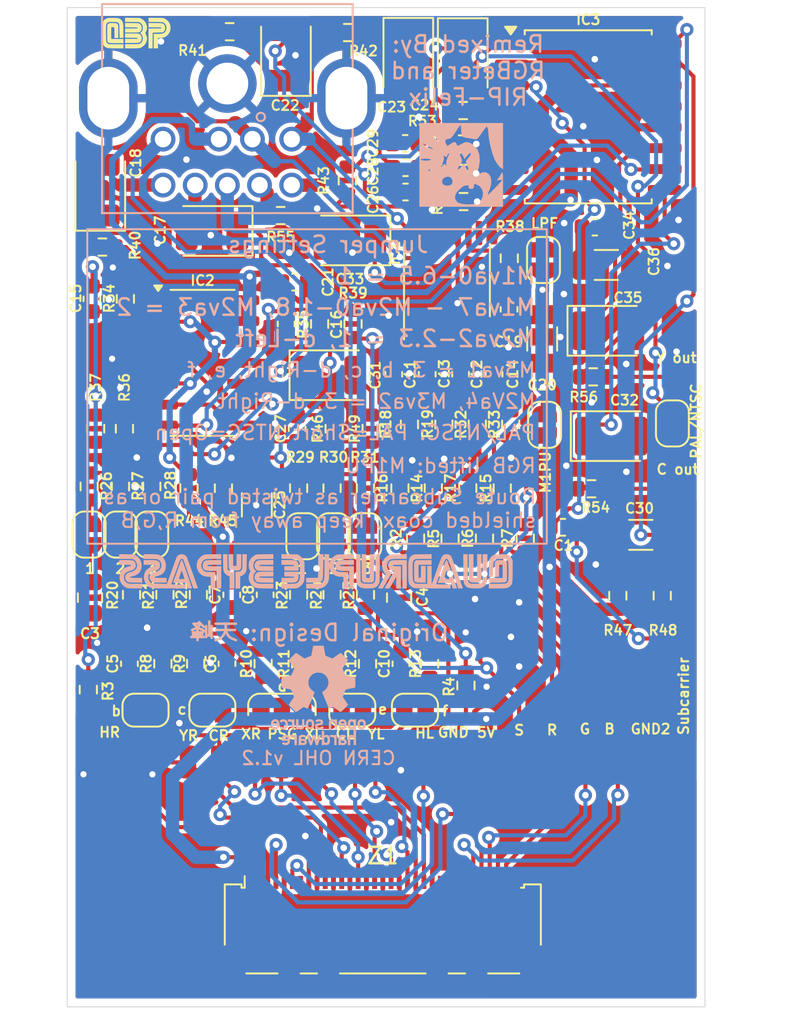
<source format=kicad_pcb>
(kicad_pcb (version 20241229) (generator "pcbnew") (generator_version "9.0")
  (layers (0 "F.Cu" signal) (2 "B.Cu" signal) (13 "F.Paste" user) (15 "B.Paste" user) (5 "F.SilkS" user "F.Silkscreen") (7 "B.SilkS" user "B.Silkscreen") (1 "F.Mask" user) (3 "B.Mask" user) (25 "Edge.Cuts" user))
  (net 0 "")
  (net 1 "/B-IN")
  (net 2 "/CR")
  (net 3 "/XR")
  (net 4 "GND")
  (net 5 "+5V")
  (net 6 "/YL")
  (net 7 "/CL")
  (net 8 "/XL")
  (net 9 "/PSG")
  (net 10 "/YR")
  (net 11 "/OUT1")
  (net 12 "/AUD-R")
  (net 13 "/OUT2")
  (net 14 "/AUD-L")
  (net 15 "/SR")
  (net 16 "/SL")
  (net 17 "Net-(B2-B)")
  (net 18 "/CLKI")
  (net 19 "/SYNC-TTL")
  (net 20 "Net-(YR2-A)")
  (net 21 "Net-(YL2-A)")
  (net 22 "/G-IN")
  (net 23 "/R-IN")
  (net 24 "Net-(IC1-CH1_IN)")
  (net 25 "Net-(IC1-CH3_IN)")
  (net 26 "Net-(C2-B)")
  (net 27 "Net-(C5-Pad1)")
  (net 28 "Net-(C6-Pad1)")
  (net 29 "Net-(C7-Pad1)")
  (net 30 "Net-(C8-Pad1)")
  (net 31 "Net-(C9-Pad1)")
  (net 32 "Net-(IC1-CH2_IN)")
  (net 33 "Net-(C10-Pad1)")
  (net 34 "Net-(IC1-CH4_IN)")
  (net 35 "Net-(C11-Pad2)")
  (net 36 "2V5")
  (net 37 "Net-(C12-Pad2)")
  (net 38 "Net-(IC2C-+)")
  (net 39 "Net-(C13-Pad2)")
  (net 40 "Net-(C14-Pad2)")
  (net 41 "Net-(C17-Pad1)")
  (net 42 "/OUT3")
  (net 43 "Net-(CN1-MONO)")
  (net 44 "R-OUT")
  (net 45 "Net-(C22-Pad2)")
  (net 46 "B-OUT")
  (net 47 "Net-(D1-B)")
  (net 48 "Net-(D1-A)")
  (net 49 "Net-(E1-B)")
  (net 50 "Net-(F1-B)")
  (net 52 "Net-(IC1-BYPASS)")
  (net 53 "Net-(IC2C--)")
  (net 54 "Net-(IC2D--)")
  (net 55 "/HR")
  (net 56 "/HL")
  (net 57 "Net-(J4-Pin_1)")
  (net 58 "Net-(M1PU1-B)")
  (net 59 "Net-(YR2-B)")
  (net 60 "Net-(YR3-B)")
  (net 61 "Net-(YR4-B)")
  (net 62 "Net-(YL2-B)")
  (net 63 "Net-(YL3-B)")
  (net 64 "Net-(YL4-B)")
  (net 65 "Net-(IC3-BIN)")
  (net 66 "Net-(IC3-GIN)")
  (net 67 "Net-(IC3-RIN)")
  (net 68 "Net-(C18-Pad1)")
  (net 69 "Net-(IC3-CRMA)")
  (net 70 "Net-(C22-Pad1)")
  (net 71 "Net-(IC3-COMP)")
  (net 72 "Net-(IC3-LUMA)")
  (net 73 "CLK")
  (net 74 "CVBS")
  (net 75 "Net-(IC3-STND)")
  (net 76 "2V5_IC3")
  (net 77 "Net-(C23-Pad2)")
  (net 78 "Net-(C23-Pad1)")
  (net 79 "Net-(C32-Pad2)")
  (net 80 "Net-(C24-Pad2)")
  (net 81 "Net-(C24-Pad1)")
  (net 82 "Net-(C31-Pad2)")
  (net 83 "Net-(C33-Pad2)")
  (net 84 "Net-(C35-Pad2)")
  (net 85 "Net-(J5-Pin_1)")
  (net 86 "G-OUT")
  (footprint "Resistor_SMD:R_0603_1608Metric" (layer "F.Cu") (at 157.3811 94.9006 180)
    (property "Reference" "R52")
    (property "Value" "75")
  )
  (footprint "Resistor_SMD:R_0603_1608Metric" (layer "F.Cu") (at 151.4161 118.7916 90)
    (property "Reference" "R25")
    (property "Value" "210k")
  )
  (footprint "Package_SO:SOIC-16W_7.5x10.3mm_P1.27mm" (layer "F.Cu") (at 164.9611 89.7506)
    (property "Reference" "IC3")
    (property "Value" "AD724")
  )
  (footprint "Resistor_SMD:R_0603_1608Metric" (layer "F.Cu") (at 160.1611 98.3462 90)
    (property "Reference" "R38")
    (property "Value" "5.62k")
  )
  (footprint "Capacitor_SMD:C_0603_1608Metric" (layer "F.Cu") (at 137.0651 122.9826 -90)
    (property "Reference" "C5")
    (property "Value" "1u")
  )
  (footprint "Resistor_SMD:R_0603_1608Metric" (layer "F.Cu") (at 148.6281 102.3366 90)
    (property "Reference" "R35")
    (property "Value" "300k")
  )
  (footprint "Package_SO:TSSOP-14_4.4x5mm_P0.65mm" (layer "F.Cu") (at 156.3711 99.6772 90)
    (property "Reference" "IC1")
    (property "Value" "THS7374IPWR")
  )
  (footprint "Jumper:SolderJumper-2_P1.3mm_Open_RoundedPad1.0x1.5mm" (layer "F.Cu") (at 138.424 115.134 90)
    (property "Reference" "YR4" (hide yes))
    (property "Value" "SolderJumper_2_Open")
  )
  (footprint "Connector_Wire:SolderWirePad_1x01_SMD_1x2mm" (layer "F.Cu") (at 166.7611 128.9506 180)
    (property "Reference" "B1" (hide yes))
    (property "Value" "SMD_Conn_01x01")
  )
  (footprint "Resistor_SMD:R_0603_1608Metric" (layer "F.Cu") (at 160.2486 108.4402 90)
    (property "Reference" "R33")
    (property "Value" "1k")
  )
  (footprint "Resistor_SMD:R_0603_1608Metric" (layer "F.Cu") (at 165.2611 105.5506 180)
    (property "Reference" "R56")
    (property "Value" "75")
  )
  (footprint "Jumper:SolderJumper-2_P1.3mm_Open_RoundedPad1.0x1.5mm" (layer "F.Cu") (at 150.616 125.802)
    (property "Reference" "E1" (hide yes))
    (property "Value" "SolderJumper_2_Open")
  )
  (footprint "Resistor_SMD:R_0603_1608Metric" (layer "F.Cu") (at 157.6391 112.3146 90)
    (property "Reference" "R17")
    (property "Value" "5.62k")
  )
  (footprint "Resistor_SMD:R_0603_1608Metric" (layer "F.Cu") (at 147.3521 118.7916 90)
    (property "Reference" "R23")
    (property "Value" "210k")
  )
  (footprint "Connector_Wire:SolderWirePad_1x01_SMD_1x2mm" (layer "F.Cu") (at 142.5261 128.9516)
    (property "Reference" "CR1" (hide yes))
    (property "Value" "SMD_Conn_01x01")
  )
  (footprint "Resistor_SMD:R_0603_1608Metric" (layer "F.Cu") (at 141.091 122.9826 90)
    (property "Reference" "R9")
    (property "Value" "75")
  )
  (footprint "Resistor_SMD:R_0603_1608Metric" (layer "F.Cu") (at 149.3841 112.3146 90)
    (property "Reference" "R30")
    (property "Value" "100k")
  )
  (footprint "Resistor_SMD:R_0603_1608Metric" (layer "F.Cu") (at 165.1611 112.3506 180)
    (property "Reference" "R54")
    (property "Value" "75")
  )
  (footprint "Capacitor_SMD:C_0603_1608Metric" (layer "F.Cu") (at 134.7851 100.8126 -90)
    (property "Reference" "C15")
    (property "Value" "150p")
  )
  (footprint "Connector_Wire:SolderWirePad_1x01_SMD_1x2mm" (layer "F.Cu") (at 146.3361 128.9516)
    (property "Reference" "P1" (hide yes))
    (property "Value" "SMD_Conn_01x01")
  )
  (footprint "Capacitor_Tantalum_SMD:CP_EIA-3528-15_AVX-H" (layer "F.Cu") (at 166.3611 109.1506)
    (property "Reference" "C32")
    (property "Value" "220u")
  )
  (footprint "Capacitor_Tantalum_SMD:CP_EIA-3528-15_AVX-H" (layer "F.Cu") (at 150.4711 97.2606 180)
    (property "Reference" "C33")
    (property "Value" "220u")
  )
  (footprint "Resistor_SMD:R_0603_1608Metric" (layer "F.Cu") (at 155.5436 112.3146 90)
    (property "Reference" "R14")
    (property "Value" "5.62k")
  )
  (footprint "Connector_Wire:SolderWirePad_1x01_SMD_1x2mm" (layer "F.Cu") (at 155.0111 128.9506)
    (property "Reference" "J2" (hide yes))
    (property "Value" "SMD_Conn_01x01")
  )
  (footprint "Resistor_SMD:R_0603_1608Metric" (layer "F.Cu") (at 140.6846 112.3146 -90)
    (property "Reference" "R44")
    (property "Value" "10k")
  )
  (footprint "Jumper:SolderJumper-2_P1.3mm_Open_RoundedPad1.0x1.5mm" (layer "F.Cu") (at 136.519 115.134 90)
    (property "Reference" "YR3" (hide yes))
    (property "Value" "SolderJumper_2_Open")
  )
  (footprint "Resistor_SMD:R_0603_1608Metric" (layer "F.Cu") (at 158.6551 115.3626 -90)
    (property "Reference" "R6")
    (property "Value" "5.62k")
  )
  (footprint "Capacitor_SMD:C_0603_1608Metric" (layer "F.Cu") (at 149.5111 122.9826 -90)
    (property "Reference" "C9")
    (property "Value" "1u")
  )
  (footprint "Jumper:SolderJumper-2_P1.3mm_Open_RoundedPad1.0x1.5mm" (layer "F.Cu") (at 154.426 125.802)
    (property "Reference" "F1" (hide yes))
    (property "Value" "SolderJumper_2_Open")
  )
  (footprint "Resistor_SMD:R_0603_1608Metric" (layer "F.Cu") (at 157.3561 89.3706)
    (property "Reference" "R53")
    (property "Value" "10k")
  )
  (footprint "Jumper:SolderJumper-2_P1.3mm_Open_RoundedPad1.0x1.5mm" (layer "F.Cu") (at 138.043 125.802)
    (property "Reference" "B2" (hide yes))
    (property "Value" "SolderJumper_2_Open")
  )
  (footprint "Jumper:SolderJumper-2_P1.3mm_Open_RoundedPad1.0x1.5mm" (layer "F.Cu") (at 151.378 115.2356 90)
    (property "Reference" "YL4" (hide yes))
    (property "Value" "SolderJumper_2_Open")
  )
  (footprint "Resistor_SMD:R_0603_1608Metric" (layer "F.Cu") (at 136.7611 108.7006 90)
    (property "Reference" "R37")
    (property "Value" "10k")
  )
  (footprint "Resistor_SMD:R_0603_1608Metric" (layer "F.Cu") (at 138.424 112.213 90)
    (property "Reference" "R28")
    (property "Value" "130k")
  )
  (footprint "Connector_Wire:SolderWirePad_1x01_SMD_1x2mm" (layer "F.Cu") (at 168.7611 128.8506 180)
    (property "Reference" "GND2")
    (property "Value" "SMD_Conn_01x01")
  )
  (footprint "Resistor_SMD:R_0603_1608Metric" (layer "F.Cu") (at 151.5431 122.9826 90)
    (property "Reference" "R12")
    (property "Value" "75")
  )
  (footprint "Capacitor_SMD:C_1206_3216Metric" (layer "F.Cu") (at 166.0611 98.7506)
    (property "Reference" "C36")
    (property "Value" "10u")
  )
  (footprint "Jumper:SolderJumper-2_P1.3mm_Open_RoundedPad1.0x1.5mm" (layer "F.Cu") (at 162.306 108.4656 -90)
    (property "Reference" "M1PU1" (hide yes))
    (property "Value" "SolderJumper_2_Open")
  )
  (footprint "Resistor_SMD:R_0603_1608Metric" (layer "F.Cu") (at 143.1611 84.5806)
    (property "Reference" "R41")
    (property "Value" "75")
  )
  (footprint "Capacitor_SMD:C_0603_1608Metric" (layer "F.Cu") (at 153.5751 122.9826 -90)
    (property "Reference" "C10")
    (property "Value" "1u")
  )
  (footprint "Capacitor_Tantalum_SMD:CP_EIA-3528-15_AVX-H" (layer "F.Cu") (at 149.2611 105.4506)
    (property "Reference" "C31")
    (property "Value" "47u")
  )
  (footprint "Resistor_SMD:R_0603_1608Metric" (layer "F.Cu") (at 136.519 112.213 90)
    (property "Reference" "R27")
    (property "Value" "100k")
  )
  (footprint "Resistor_SMD:R_0603_1608Metric" (layer "F.Cu") (at 150.3111 93.6256 90)
    (property "Reference" "R43")
    (property "Value" "75")
  )
  (footprint "Jumper:SolderJumper-2_P1.3mm_Open_RoundedPad1.0x1.5mm" (layer "F.Cu") (at 134.614 115.134 90)
    (property "Reference" "YR2" (hide yes))
    (property "Value" "SolderJumper_2_Open")
  )
  (footprint "Connector_Wire:SolderWirePad_1x01_SMD_1x2mm" (layer "F.Cu") (at 170.4611 105.4506 90)
    (property "Reference" "J5" (hide yes))
    (property "Value" "SMD_Conn_01x01")
  )
  (footprint "Capacitor_Tantalum_SMD:CP_EIA-3528-15_AVX-H" (layer "F.Cu") (at 146.5811 86.0181 90)
    (property "Reference" "C22")
    (property "Value" "220u")
  )
  (footprint "Connector_Wire:SolderWirePad_1x01_SMD_1x2mm" (layer "F.Cu") (at 140.6211 128.9516)
    (property "Reference" "YR1" (hide yes))
    (property "Value" "SMD_Conn_01x01")
  )
  (footprint "Capacitor_SMD:C_0603_1608Metric" (layer "F.Cu") (at 142.996 122.9826 -90)
    (property "Reference" "C6")
    (property "Value" "1u")
  )
  (footprint "Resistor_SMD:R_0603_1608Metric" (layer "F.Cu") (at 166.7611 118.8506 -90)
    (property "Reference" "R47")
    (property "Value" "10k")
  )
  (footprint "Resistor_SMD:R_0603_1608Metric" (layer "F.Cu") (at 155.315 122.9826 90)
    (property "Reference" "R13")
    (property "Value" "75")
  )
  (footprint "Resistor_SMD:R_0603_1608Metric" (layer "F.Cu") (at 159.7346 112.3146 90)
    (property "Reference" "R15")
    (property "Value" "5.62k")
  )
  (footprint "Resistor_SMD:R_0603_1608Metric" (layer "F.Cu") (at 151.7611 108.7006 90)
    (property "Reference" "R49")
    (property "Value" "330")
  )
  (footprint "Resistor_SMD:R_0603_1608Metric" (layer "F.Cu") (at 139.2241 118.7916 90)
    (property "Reference" "R21")
    (property "Value" "210k")
  )
  (footprint "Resistor_SMD:R_0603_1608Metric" (layer "F.Cu") (at 156.1846 108.4402 90)
    (property "Reference" "R19")
    (property "Value" "1k")
  )
  (footprint "Connector_Wire:SolderWirePad_1x01_SMD_1x2mm" (layer "F.Cu") (at 170.7611 128.8606 180)
    (property "Reference" "CLKIN1" (hide yes))
    (property "Value" "SMD_Conn_01x01")
  )
  (footprint "Capacitor_SMD:C_0603_1608Metric" (layer "F.Cu") (at 153.8511 92.8406 180)
    (property "Reference" "C28")
    (property "Value" "0.1u")
  )
  (footprint "Resistor_SMD:R_0603_1608Metric" (layer "F.Cu") (at 157.3211 93.1906 180)
    (property "Reference" "R51")
    (property "Value" "75")
  )
  (footprint "Resistor_SMD:R_0603_1608Metric" (layer "F.Cu") (at 150.3411 84.6306)
    (property "Reference" "R42")
    (property "Value" "75")
  )
  (footprint "Connector_Wire:SolderWirePad_1x01_SMD_1x2mm" (layer "F.Cu") (at 150.1461 128.9516)
    (property "Reference" "CL1" (hide yes))
    (property "Value" "SMD_Conn_01x01")
  )
  (footprint "Resistor_SMD:R_0603_1608Metric" (layer "F.Cu") (at 149.3841 118.7916 90)
    (property "Reference" "R24")
    (property "Value" "210k")
  )
  (footprint "Jumper:SolderJumper-2_P1.3mm_Open_RoundedPad1.0x1.5mm" (layer "F.Cu") (at 162.2411 98.4506 -90)
    (property "Reference" "LPF1" (hide yes))
    (property "Value" "SolderJumper_2_Open")
  )
  (footprint "footprints:QBP_LOGO" (layer "F.Cu") (at 137.5111 84.6306)
    (property "Reference" "Ref**" (hide yes))
    (property "Value" "LOGO" (hide yes))
  )
  (footprint "Resistor_SMD:R_0603_1608Metric" (layer "F.Cu") (at 150.6601 102.3366 90)
    (property "Reference" "R39")
    (property "Value" "330")
  )
  (footprint "Capacitor_SMD:C_0603_1608Metric" (layer "F.Cu") (at 155.1686 105.3922 -90)
    (property "Reference" "C13")
    (property "Value" "0.1u")
  )
  (footprint "Resistor_SMD:R_0603_1608Metric" (layer "F.Cu") (at 156.5596 115.3626 -90)
    (property "Reference" "R5")
    (property "Value" "5.62k")
  )
  (footprint "Jumper:SolderJumper-3_P1.3mm_Open_RoundedPad1.0x1.5mm" (layer "F.Cu") (at 146.3361 125.802)
    (property "Reference" "D1" (hide yes))
    (property "Value" "SolderJumper_3_Open")
  )
  (footprint "Resistor_SMD:R_0603_1608Metric" (layer "F.Cu") (at 137.1921 118.7916 90)
    (property "Reference" "R20")
    (property "Value" "210k")
  )
  (footprint "Connector_Wire:SolderWirePad_1x01_SMD_1x2mm" (layer "F.Cu") (at 164.7611 128.8506 180)
    (property "Reference" "G1" (hide yes))
    (property "Value" "SMD_Conn_01x01")
  )
  (footprint "Jumper:SolderJumper-2_P1.3mm_Open_RoundedPad1.0x1.5mm" (layer "F.Cu") (at 147.6061 115.2356 90)
    (property "Reference" "YL2" (hide yes))
    (property "Value" "SolderJumper_2_Open")
  )
  (footprint "Resistor_SMD:R_0603_1608Metric" (layer "F.Cu") (at 154.0891 108.4402 90)
    (property "Reference" "R18")
    (property "Value" "1k")
  )
  (footprint "Resistor_SMD:R_0603_1608Metric" (layer "F.Cu") (at 147.4791 122.9826 90)
    (property "Reference" "R11")
    (property "Value" "2.2k")
  )
  (footprint "Capacitor_SMD:C_0603_1608Metric" (layer "F.Cu") (at 165.3611 96.4506)
    (property "Reference" "C34")
    (property "Value" "0.1u")
  )
  (footprint "Resistor_SMD:R_0603_1608Metric" (layer "F.Cu") (at 135.4201 97.663 180)
    (property "Reference" "R40")
    (property "Value" "330")
  )
  (footprint "Resistor_SMD:R_0603_1608Metric" (layer "F.Cu") (at 134.5632 124.5574 90)
    (property "Reference" "R3")
    (property "Value" "100k")
  )
  (footprint "Jumper:SolderJumper-2_P1.3mm_Open_RoundedPad1.0x1.5mm" (layer "F.Cu") (at 170.0811 108.3806 90)
    (property "Reference" "J3" (hide yes))
    (property "Value" "SolderJumper_2_Open")
  )
  (footprint "Resistor_SMD:R_0603_1608Metric" (layer "F.Cu") (at 161.1316 115.3626 90)
    (property "Reference" "R7")
    (property "Value" "5.62k")
  )
  (footprint "Resistor_SMD:R_0603_1608Metric" (layer "F.Cu") (at 141.2561 118.7916 90)
    (property "Reference" "R22")
    (property "Value" "210k")
  )
  (footprint "Connector_Wire:SolderWirePad_1x01_SMD_1x2mm" (layer "F.Cu") (at 158.7611 128.9506)
    (property "Reference" "UNK5V1" (hide yes))
    (property "Value" "SMD_Conn_01x01")
  )
  (footprint "Connector_Wire:SolderWirePad_1x01_SMD_1x2mm" (layer "F.Cu") (at 135.7951 128.9516)
    (property "Reference" "J1" (hide yes))
    (property "Value" "SMD_Conn_01x01")
  )
  (footprint "Capacitor_SMD:C_0603_1608Metric" (layer "F.Cu") (at 153.8311 91.3706 180)
    (property "Reference" "C29")
    (property "Value" "0.1u")
  )
  (footprint "Capacitor_SMD:C_0805_2012Metric" (layer "F.Cu") (at 134.6648 118.9694 -90)
    (property "Reference" "C3")
    (property "Value" "10u")
  )
  (footprint "Connector_Wire:SolderWirePad_1x01_SMD_1x2mm" (layer "F.Cu") (at 144.4311 128.9516)
    (property "Reference" "XR1" (hide yes))
    (property "Value" "SMD_Conn_01x01")
  )
  (footprint "Capacitor_SMD:C_1206_3216Metric" (layer "F.Cu") (at 144.8121 113.3306 -90)
    (property "Reference" "C25")
    (property "Value" "10u")
  )
  (footprint "Capacitor_Tantalum_SMD:CP_EIA-3528-15_AVX-H" (layer "F.Cu") (at 142.0876 96.6851 180)
    (property "Reference" "C17")
    (property "Value" "47u")
  )
  (footprint "Connector_Wire:SolderWirePad_1x01_SMD_1x2mm" (layer "F.Cu") (at 162.7611 128.8506 180)
    (property "Reference" "R1" (hide yes))
    (property "Value" "SMD_Conn_01x01")
  )
  (footprint "Connector_Wire:SolderWirePad_1x01_SMD_1x2mm" (layer "F.Cu") (at 170.4611 112.2506 90)
    (property "Reference" "J4" (hide yes))
    (property "Value" "SMD_Conn_01x01")
  )
  (footprint "Resistor_SMD:R_0603_1608Metric" (layer "F.Cu") (at 145.1931 122.9826 90)
    (property "Reference" "R10")
    (property "Value" "750")
  )
  (footprint "Capacitor_Tantalum_SMD:CP_EIA-3528-15_AVX-H" (layer "F.Cu") (at 154.0211 86.2031 -90)
    (property "Reference" "C23")
    (property "Value" "220u")
  )
  (footprint "Resistor_SMD:R_0603_1608Metric" (layer "F.Cu") (at 151.4161 112.3146 90)
    (property "Reference" "R31")
    (property "Value" "130k")
  )
  (footprint "Capacitor_SMD:C_0603_1608Metric" (layer "F.Cu") (at 157.2006 105.3922 -90)
    (property "Reference" "C12")
    (property "Value" "0.1u")
  )
  (footprint "Resistor_SMD:R_0603_1608Metric" (layer "F.Cu") (at 142.7801 112.3146 90)
    (property "Reference" "R45")
    (property "Value" "10k")
  )
  (footprint "Resistor_SMD:R_0603_1608Metric" (layer "F.Cu") (at 169.4611 118.8506 90)
    (property "Reference" "R48")
    (property "Value" "10k")
  )
  (footprint "Resistor_SMD:R_0603_1608Metric" (layer "F.Cu") (at 153.5116 112.3146 90)
    (property "Reference" "R16")
    (property "Value" "5.62k")
  )
  (footprint "Capacitor_SMD:C_0603_1608Metric" (layer "F.Cu") (at 147.2611 108.7006 90)
    (property "Reference" "C27")
    (property "Value" "1nf")
  )
  (footprint "Capacitor_SMD:C_0805_2012Metric" (layer "F.Cu") (at 153.4608 118.9694 -90)
    (property "Reference" "C4")
    (property "Value" "10u")
  )
  (footprint "Capacitor_SMD:C_0603_1608Metric" (layer "F.Cu") (at 145.3201 118.7916 -90)
    (property "Reference" "C8")
    (property "Value" "1u")
  )
  (footprint "Resistor_SMD:R_0603_1608Metric" (layer "F.Cu") (at 158.2166 108.4402 90)
    (property "Reference" "R32")
    (property "Value" "1k")
  )
  (footprint "Connector_Wire:SolderWirePad_1x01_SMD_1x2mm" (layer "F.Cu") (at 160.7611 128.8506 180)
    (property "Reference" "S1" (hide yes))
    (property "Value" "SMD_Conn_01x01")
  )
  (footprint "Capacitor_Tantalum_SMD:CP_EIA-3528-15_AVX-H" (layer "F.Cu") (at 135.2931 94.2086 90)
    (property "Reference" "C18")
    (property "Value" "47u")
  )
  (footprint "Resistor_SMD:R_0603_1608Metric" (layer "F.Cu") (at 157.5248 124.3034 90)
    (property "Reference" "R4")
    (property "Value" "100k")
  )
  (footprint "Resistor_SMD:R_0603_1608Metric" (layer "F.Cu") (at 147.3521 112.3146 90)
    (property "Reference" "R29")
    (property "Value" "10k")
  )
  (footprint "Capacitor_SMD:C_0603_1608Metric" (layer "F.Cu") (at 153.1366 105.3922 -90)
    (property "Reference" "C11")
    (property "Value" "0.1u")
  )
  (footprint "Capacitor_SMD:C_0603_1608Metric" (layer "F.Cu") (at 143.2881 118.7916 -90)
    (property "Reference" "C7")
    (property "Value" "1u")
  )
  (footprint "Capacitor_SMD:C_0603_1608Metric" (layer "F.Cu") (at 146.5961 102.3366 -90)
    (property "Reference" "C16")
    (property "Value" "150p")
  )
  (footprint "Capacitor_SMD:C_0603_1608Metric" (layer "F.Cu") (at 147.1041 99.7966)
    (property "Reference" "C21")
    (property "Value" "0.1u")
  )
  (footprint "Capacitor_SMD:C_1206_3216Metric" (layer "F.Cu") (at 162.1611 103.2462 -90)
    (property "Reference" "C20")
    (property "Value" "10u")
  )
  (footprint "Capacitor_SMD:C_0603_1608Metric" (layer "F.Cu") (at 153.8511 94.3206 180)
    (property "Reference" "C26")
    (property "Value" "0.1u")
  )
  (footprint "Resistor_SMD:R_0603_1608Metric" (layer "F.Cu") (at 146.2611 95.7506)
    (property "Reference" "R55")
    (property "Value" "75")
  )
  (footprint "Capacitor_Tantalum_SMD:CP_EIA-3528-15_AVX-H" (layer "F.Cu") (at 166.1611 102.7506)
    (property "Reference" "C35")
    (property "Value" "220u")
  )
  (footprint "Resistor_SMD:R_0603_1608Metric" (layer "F.Cu") (at 136.8171 100.8126 90)
    (property "Reference" "R34")
    (property "Value" "300k")
  )
  (footprint "Capacitor_SMD:C_0603_1608Metric" (layer "F.Cu") (at 159.2326 105.3922 -90)
    (property "Reference" "C14")
    (property "Value" "0.1u")
  )
  (footprint "Connector_Wire:SolderWirePad_1x01_SMD_1x2mm" (layer "F.Cu") (at 148.2411 128.9516)
    (property "Reference" "XL1" (hide yes))
    (property "Value" "SMD_Conn_01x01")
  )
  (footprint "Connector_Wire:SolderWirePad_1x01_SMD_1x2mm" (layer "F.Cu") (at 152.0511 128.9516)
    (property "Reference" "YL1" (hide yes))
    (property "Value" "SMD_Conn_01x01")
  )
  (footprint "Jumper:SolderJumper-2_P1.3mm_Open_RoundedPad1.0x1.5mm" (layer "F.Cu") (at 142.107 125.802 180)
    (property "Reference" "C2" (hide yes))
    (property "Value" "SolderJumper_2_Open")
  )
  (footprint "Resistor_SMD:R_0603_1608Metric" (layer "F.Cu") (at 134.614 112.213 90)
    (property "Reference" "R26")
    (property "Value" "10k")
  )
  (footprint "Capacitor_SMD:C_1206_3216Metric" (layer "F.Cu") (at 168.1611 115.1506 180)
    (property "Reference" "C30")
    (property "Value" "10u")
  )
  (footprint "Resistor_SMD:R_0603_1608Metric" (layer "F.Cu") (at 157.3311 91.4006 180)
    (property "Reference" "R50")
    (property "Value" "75")
  )
  (footprint "Capacitor_SMD:C_0603_1608Metric" (layer "F.Cu") (at 160.147 101.4462 90)
    (property "Reference" "C19")
    (property "Value" "0.1u")
  )
  (footprint "Connector_Wire:SolderWirePad_1x01_SMD_1x2mm" (layer "F.Cu") (at 156.7611 128.9516 180)
    (property "Reference" "GND1" (hide yes))
    (property "Value" "SMD_Conn_01x01")
  )
  (footprint "Jumper:SolderJumper-2_P1.3mm_Open_RoundedPad1.0x1.5mm" (layer "F.Cu") (at 149.473 115.2356 90)
    (property "Reference" "YL3" (hide yes))
    (property "Value" "SolderJumper_2_Open")
  )
  (footprint "Capacitor_SMD:C_0603_1608Metric" (layer "F.Cu") (at 163.4211 114.6906)
    (property "Reference" "C1")
    (property "Value" "0.1u")
  )
  (footprint "Resistor_SMD:R_0603_1608Metric" (layer "F.Cu") (at 139.0971 122.9826 90)
    (property "Reference" "R8")
    (property "Value" "75")
  )
  (footprint "Package_SO:SOIC-14_3.9x8.7mm_P1.27mm" (layer "F.Cu") (at 141.5111 104.7006)
    (property "Reference" "IC2")
    (property "Value" "TL974")
  )
  (footprint "Connector_FFC-FPC:Molex_502244-3330_1x33-1MP_P0.5mm_Horizontal" (layer "F.Cu") (at 152.4711 139.3506)
    (property "Reference" "Z1")
    (property "Value" "Conn_01x33_Pin")
  )
  (footprint "Resistor_SMD:R_0603_1608Metric" (layer "F.Cu") (at 149.5111 108.7006 -90)
    (property "Reference" "R46")
    (property "Value" "5.5k")
  )
  (footprint "Capacitor_Tantalum_SMD:CP_EIA-3528-15_AVX-H" (layer "F.Cu") (at 157.3311 86.2231 -90)
    (property "Reference" "C24")
    (property "Value" "220u")
  )
  (footprint "Resistor_SMD:R_0603_1608Metric" (layer "F.Cu") (at 135.0111 108.7006 -90)
    (property "Reference" "R36")
    (property "Value" "10k")
  )
  (footprint "Resistor_SMD:R_0603_1608Metric" (layer "F.Cu") (at 154.4641 115.3626 -90)
    (property "Reference" "R2")
    (property "Value" "2.2k")
  )
  (footprint "footprints:4bp_LOGO" (layer "B.Cu") (at 148.3211 117.3906 180)
    (property "Reference" "Ref**" (hide yes))
    (property "Value" "LOGO" (hide yes))
  )
  (footprint "RIP-Felix Logo(Small)" (layer "B.Cu") (at 157.2411 92.6706 180)
    (property "Reference" "G***" (hide yes))
    (property "Value" "LOGO" (hide yes))
  )
  (footprint "MyLibrary:MD90SM-MD2" (layer "B.Cu") (at 143.0195 82.9024)
    (property "Reference" "CN1" (hide yes))
    (property "Value" "MD-90SM_MD2" (hide yes))
  )
  (footprint "Symbol:OSHW-Logo_5.7x6mm_SilkScreen" (layer "B.Cu") (at 148.5611 124.9056 180)
    (property "Reference" "REF**" (hide yes))
    (property "Value" "OSHW-Logo_5.7x6mm_SilkScreen" (hide yes))
  )
  (gr_rect (start 134.5011 96.5806) (end 162.4411 115.6906) (stroke (width 0.12)) (fill no) (layer "B.SilkS"))
  (gr_rect (start 133.2811 83.1166) (end 172.0611 143.8306) (stroke (width 0.05)) (fill no) (layer "Edge.Cuts"))
  (gr_text "S" (at 160.7611 127.0206 0) (layer "F.SilkS") (effects (font (size 0.6096 0.6096) (thickness 0.127))))
  (gr_text "2" (at 136.5111 117.2006 0) (layer "F.SilkS") (effects (font (size 0.6096 0.6096) (thickness 0.127))))
  (gr_text "Y out" (at 170.3211 104.3906 0) (layer "F.SilkS") (effects (font (size 0.6096 0.6096) (thickness 0.127))))
  (gr_text "LPF" (at 162.3011 96.2306 0) (layer "F.SilkS") (effects (font (size 0.6096 0.6096) (thickness 0.127))))
  (gr_text "B" (at 166.2611 126.9506 0) (layer "F.SilkS") (effects (font (size 0.6096 0.6096) (thickness 0.127))))
  (gr_text "R" (at 162.7611 127.0106 0) (layer "F.SilkS") (effects (font (size 0.6096 0.6096) (thickness 0.127))))
  (gr_text "PSG" (at 146.3611 127.2506 0) (layer "F.SilkS") (effects (font (size 0.6096 0.6096) (thickness 0.127))))
  (gr_text "HR" (at 135.8611 127.1506 0) (layer "F.SilkS") (effects (font (size 0.6096 0.6096) (thickness 0.127))))
  (gr_text "b" (at 136.2611 125.8506 0) (layer "F.SilkS") (effects (font (size 0.6096 0.6096) (thickness 0.127))))
  (gr_text "c" (at 140.2611 125.7506 0) (layer "F.SilkS") (effects (font (size 0.6096 0.6096) (thickness 0.127))))
  (gr_text "CL" (at 150.1611 127.2506 0) (layer "F.SilkS") (effects (font (size 0.6096 0.6096) (thickness 0.127))))
  (gr_text "1" (at 134.6708 117.2006 0) (layer "F.SilkS") (effects (font (size 0.6096 0.6096) (thickness 0.127))))
  (gr_text "XL" (at 148.2611 127.2506 0) (layer "F.SilkS") (effects (font (size 0.6096 0.6096) (thickness 0.127))))
  (gr_text "M1PU" (at 162.3568 111.3506 90) (layer "F.SilkS") (effects (font (size 0.6096 0.6096) (thickness 0.127))))
  (gr_text "C out" (at 170.3911 111.1706 0) (layer "F.SilkS") (effects (font (size 0.6096 0.6096) (thickness 0.127))))
  (gr_text "Subcarrier\n" (at 170.7611 124.9506 90) (layer "F.SilkS") (effects (font (size 0.6096 0.6096) (thickness 0.127))))
  (gr_text "G" (at 164.7611 126.9506 0) (layer "F.SilkS") (effects (font (size 0.6096 0.6096) (thickness 0.127))))
  (gr_text "YL" (at 152.0611 127.2506 0) (layer "F.SilkS") (effects (font (size 0.6096 0.6096) (thickness 0.127))))
  (gr_text "3" (at 151.5111 117.2006 0) (layer "F.SilkS") (effects (font (size 0.6096 0.6096) (thickness 0.127))))
  (gr_text "e" (at 152.4611 125.7506 0) (layer "F.SilkS") (effects (font (size 0.6096 0.6096) (thickness 0.127))))
  (gr_text "5V" (at 158.7611 127.1606 0) (layer "F.SilkS") (effects (font (size 0.6096 0.6096) (thickness 0.127))))
  (gr_text "PAL/NTSC" (at 171.5211 108.2406 90) (layer "F.SilkS") (effects (font (size 0.6096 0.6096) (thickness 0.127))))
  (gr_text "XR" (at 144.4611 127.2506 0) (layer "F.SilkS") (effects (font (size 0.6096 0.6096) (thickness 0.127))))
  (gr_text "CR" (at 142.494 127.3506 0) (layer "F.SilkS") (effects (font (size 0.6096 0.6096) (thickness 0.127))))
  (gr_text "YR" (at 140.6611 127.3506 0) (layer "F.SilkS") (effects (font (size 0.6096 0.6096) (thickness 0.127))))
  (gr_text "f" (at 156.2611 125.8506 0) (layer "F.SilkS") (effects (font (size 0.6096 0.6096) (thickness 0.127))))
  (gr_text "d" (at 146.3611 124.3506 0) (layer "F.SilkS") (effects (font (size 0.6096 0.6096) (thickness 0.127))))
  (gr_text "1" (at 147.574 117.2006 0) (layer "F.SilkS") (effects (font (size 0.6096 0.6096) (thickness 0.127))))
  (gr_text "3" (at 138.43 117.2006 0) (layer "F.SilkS") (effects (font (size 0.6096 0.6096) (thickness 0.127))))
  (gr_text "GND" (at 156.7611 127.1506 0) (layer "F.SilkS") (effects (font (size 0.6096 0.6096) (thickness 0.127))))
  (gr_text "2" (at 149.5111 117.2006 0) (layer "F.SilkS") (effects (font (size 0.6096 0.6096) (thickness 0.127))))
  (gr_text "HL" (at 155.0111 127.2006 0) (layer "F.SilkS") (effects (font (size 0.6096 0.6096) (thickness 0.127))))
  (gr_text "PAL/NTSC: PAL=Short NTSC=Open" (at 161.8361 108.9406 0) (layer "B.SilkS") (effects (font (size 0.889 0.889) (thickness 0.127)) (justify left mirror)))
  (gr_text "M1va7 - M2va0-1.8, M2va3 = 2" (at 161.8361 101.3206 0) (layer "B.SilkS") (effects (font (size 1 1)) (justify left mirror)))
  (gr_text "M2Va4, M3va2 = 3, d-Right" (at 161.8361 107.0356 0) (layer "B.SilkS") (effects (font (size 0.889 0.889) (thickness 0.127)) (justify left mirror)))
  (gr_text "RGB lifted: M1PU" (at 161.8611 110.9506 0) (layer "B.SilkS") (effects (font (size 0.889 0.889) (thickness 0.127)) (justify left mirror)))
  (gr_text "M1va0-6.5 = 1" (at 161.8361 99.4156 0) (layer "B.SilkS") (effects (font (size 1 1)) (justify left mirror)))
  (gr_text "Jumper Settings" (at 149.1361 97.5106 0) (layer "B.SilkS") (effects (font (size 1 1)) (justify mirror)))
  (gr_text "Original Design: 天峰" (at 148.5611 121.0956 0) (layer "B.SilkS") (effects (font (size 1 1)) (justify mirror)))
  (gr_text "CERN OHL v1.2" (at 148.5611 128.7156 0) (layer "B.SilkS") (effects (font (size 0.8128 0.8128) (thickness 0.127)) (justify mirror)))
  (gr_text "Remixed By:\nRGBeter and\nRIP-Felix" (at 157.6511 86.9506 0) (layer "B.SilkS") (effects (font (size 1 1)) (justify mirror)))
  (gr_text "Route Subcarrier as twisted pair or as \nshielded coax, keep away from R,G,B" (at 161.8811 113.5506 0) (layer "B.SilkS") (effects (font (size 0.889 0.889) (thickness 0.127)) (justify left mirror)))
  (gr_text "M2va2-2.3 = 1, d-Left" (at 161.8361 103.2256 0) (layer "B.SilkS") (effects (font (size 1 1)) (justify left mirror)))
  (gr_text "M3va1 = 3, b, c, d-Right, e, f" (at 161.8361 105.1306 0) (layer "B.SilkS") (effects (font (size 0.889 0.889) (thickness 0.127)) (justify left mirror)))
  (segment (start 159.7346 113.1646) (end 160.1283 113.5583) (width 0.254) (layer "F.Cu") (net 1))
  (segment (start 160.1283 115.9468) (end 160.3941 116.2126) (width 0.254) (layer "F.Cu") (net 1))
  (segment (start 160.3941 116.2126) (end 161.1316 116.2126) (width 0.254) (layer "F.Cu") (net 1))
  (segment (start 160.1283 113.5583) (end 160.1283 115.9468) (width 0.254) (layer "F.Cu") (net 1))
  (segment (start 166.7611 130.9506) (end 166.7611 128.9506) (width 0.25) (layer "F.Cu") (net 1))
  (segment (start 157.4161 133.9756) (end 157.9711 134.5306) (width 0.25) (layer "F.Cu") (net 1))
  (segment (start 166.7611 123.5956) (end 166.7611 128.9506) (width 0.254) (layer "F.Cu") (net 1))
  (segment (start 157.9711 134.5306) (end 157.9711 136.2706) (width 0.25) (layer "F.Cu") (net 1))
  (segment (start 161.1316 117.9661) (end 166.7611 123.5956) (width 0.254) (layer "F.Cu") (net 1))
  (segment (start 161.1316 116.2126) (end 161.1316 117.9661) (width 0.254) (layer "F.Cu") (net 1))
  (via (at 166.7611 130.9506) (size 0.8) (drill 0.4) (layers "F.Cu" "B.Cu") (net 1))
  (via (at 157.4161 133.9756) (size 0.8) (drill 0.4) (layers "F.Cu" "B.Cu") (net 1))
  (segment (start 158.3811 134.9406) (end 157.4161 133.9756) (width 0.25) (layer "B.Cu") (net 1))
  (segment (start 164.0211 134.9406) (end 158.3811 134.9406) (width 0.25) (layer "B.Cu") (net 1))
  (segment (start 166.5311 131.1806) (end 166.5311 132.4306) (width 0.25) (layer "B.Cu") (net 1))
  (segment (start 166.5311 132.4306) (end 164.0211 134.9406) (width 0.25) (layer "B.Cu") (net 1))
  (segment (start 142.7611 132.3306) (end 148.2611 132.3306) (width 0.25) (layer "F.Cu") (net 2))
  (segment (start 142.5261 127.497022) (end 142.355078 127.326) (width 0.25) (layer "F.Cu") (net 2))
  (segment (start 148.9711 136.2706) (end 148.9711 134.518264) (width 0.25) (layer "F.Cu") (net 2))
  (segment (start 142.355078 127.326) (end 137.662 127.326) (width 0.25) (layer "F.Cu") (net 2))
  (segment (start 148.7077 132.7772) (end 148.2611 132.3306) (width 0.25) (layer "F.Cu") (net 2))
  (segment (start 137.0651 124.5701) (end 137.393 124.898) (width 0.25) (layer "F.Cu") (net 2))
  (segment (start 142.5261 128.977) (end 142.5261 127.497022) (width 0.25) (layer "F.Cu") (net 2))
  (segment (start 137.393 124.898) (end 137.393 125.802) (width 0.25) (layer "F.Cu") (net 2))
  (segment (start 148.2611 132.3306) (end 148.302345 132.3306) (width 0.25) (layer "F.Cu") (net 2))
  (segment (start 142.5261 128.9516) (end 142.5261 129.826768) (width 0.25) (layer "F.Cu") (net 2))
  (segment (start 148.7077 134.254864) (end 148.7077 132.7772) (width 0.25) (layer "F.Cu") (net 2))
  (segment (start 137.0651 123.7576) (end 137.0651 124.5701) (width 0.25) (layer "F.Cu") (net 2))
  (segment (start 142.5261 129.826768) (end 143.455516 130.756184) (width 0.25) (layer "F.Cu") (net 2))
  (segment (start 137.393 127.057) (end 137.393 125.802) (width 0.25) (layer "F.Cu") (net 2))
  (segment (start 137.662 127.326) (end 137.393 127.057) (width 0.25) (layer "F.Cu") (net 2))
  (segment (start 148.9711 134.518264) (end 148.7077 134.254864) (width 0.25) (layer "F.Cu") (net 2))
  (segment (start 142.5811 132.1506) (end 142.7611 132.3306) (width 0.25) (layer "F.Cu") (net 2))
  (via (at 143.455516 130.756184) (size 0.8) (drill 0.4) (layers "F.Cu" "B.Cu") (net 2))
  (via (at 142.5811 132.1506) (size 0.8) (drill 0.4) (layers "F.Cu" "B.Cu") (net 2))
  (segment (start 142.5811 132.1506) (end 142.5811 131.6306) (width 0.25) (layer "B.Cu") (net 2))
  (segment (start 142.5811 131.6306) (end 143.455516 130.756184) (width 0.25) (layer "B.Cu") (net 2))
  (segment (start 144.4311 127.4911) (end 144.266 127.326) (width 0.25) (layer "F.Cu") (net 3))
  (segment (start 144.7011 129.2216) (end 144.4311 128.9516) (width 0.25) (layer "F.Cu") (net 3))
  (segment (start 142.757 127.087) (end 142.757 125.802) (width 0.25) (layer "F.Cu") (net 3))
  (segment (start 142.757 124.644) (end 142.757 125.802) (width 0.25) (layer "F.Cu") (net 3))
  (segment (start 142.996 127.326) (end 142.757 127.087) (width 0.25) (layer "F.Cu") (net 3))
  (segment (start 150.9711 134.7306) (end 150.9711 136.2706) (width 0.25) (layer "F.Cu") (net 3))
  (segment (start 144.4311 128.977) (end 144.4311 127.4911) (width 0.25) (layer "F.Cu") (net 3))
  (segment (start 142.996 123.7576) (end 142.996 124.405) (width 0.25) (layer "F.Cu") (net 3))
  (segment (start 142.996 124.405) (end 142.757 124.644) (width 0.25) (layer "F.Cu") (net 3))
  (segment (start 144.266 127.326) (end 142.996 127.326) (width 0.25) (layer "F.Cu") (net 3))
  (segment (start 144.7011 130.9006) (end 144.7011 129.2216) (width 0.25) (layer "F.Cu") (net 3))
  (via (at 150.9711 134.7306) (size 0.8) (drill 0.4) (layers "F.Cu" "B.Cu") (net 3))
  (via (at 144.7011 130.9006) (size 0.8) (drill 0.4) (layers "F.Cu" "B.Cu") (net 3))
  (segment (start 150.9711 133.9506) (end 147.2847 130.2642) (width 0.25) (layer "B.Cu") (net 3))
  (segment (start 147.2847 130.2642) (end 145.3375 130.2642) (width 0.25) (layer "B.Cu") (net 3))
  (segment (start 150.9711 134.7306) (end 150.9711 133.9506) (width 0.25) (layer "B.Cu") (net 3))
  (segment (start 145.3375 130.2642) (end 144.7011 130.9006) (width 0.25) (layer "B.Cu") (net 3))
  (segment (start 157.4711 136.2706) (end 157.4711 136.977) (width 0.25) (layer "F.Cu") (net 4))
  (segment (start 153.4711 136.2706) (end 153.4711 134.8406) (width 0.25) (layer "F.Cu") (net 4))
  (segment (start 149.365641 133.864002) (end 149.747925 133.481718) (width 0.25) (layer "F.Cu") (net 4))
  (segment (start 147.4493 136.9988) (end 147.5811 137.1306) (width 0.25) (layer "F.Cu") (net 4))
  (segment (start 151.4811 136.9988) (end 151.6129 137.1306) (width 0.25) (layer "F.Cu") (net 4))
  (segment (start 148.5929 137.1206) (end 149.3293 137.1206) (width 0.25) (layer "F.Cu") (net 4))
  (segment (start 152.4711 136.2706) (end 152.4711 136.9788) (width 0.25) (layer "F.Cu") (net 4))
  (segment (start 147.3375 137.1106) (end 147.4493 136.9988) (width 0.25) (layer "F.Cu") (net 4))
  (segment (start 159.4711 136.977) (end 159.6147 137.1206) (width 0.25) (layer "F.Cu") (net 4))
  (segment (start 157.6047 137.1106) (end 158.2611 137.1106) (width 0.25) (layer "F.Cu") (net 4))
  (segment (start 144.4711 136.977) (end 144.6147 137.1206) (width 0.25) (layer "F.Cu") (net 4))
  (segment (start 145.1411 137.1206) (end 145.6147 137.1206) (width 0.25) (layer "F.Cu") (net 4))
  (segment (start 156.4711 136.2706) (end 156.4711 136.4906) (width 0.25) (layer "F.Cu") (net 4))
  (segment (start 154.3793 137.1206) (end 154.5011 136.9988) (width 0.25) (layer "F.Cu") (net 4))
  (segment (start 158.6147 137.1206) (end 159.3275 137.1206) (width 0.25) (layer "F.Cu") (net 4))
  (segment (start 156.9711 136.9906) (end 157.0911 137.1106) (width 0.25) (layer "F.Cu") (net 4))
  (segment (start 145.4711 134.6606) (end 145.3011 134.4906) (width 0.25) (layer "F.Cu") (net 4))
  (segment (start 145.6547 137.1606) (end 145.6947 137.1206) (width 0.25) (layer "F.Cu") (net 4))
  (segment (start 158.2611 137.1106) (end 158.4711 136.9006) (width 0.25) (layer "F.Cu") (net 4))
  (segment (start 155.4711 135.5642) (end 155.6147 135.4206) (width 0.25) (layer "F.Cu") (net 4))
  (segment (start 151.4711 136.2706) (end 151.4711 135.3306) (width 0.25) (layer "F.Cu") (net 4))
  (segment (start 156.9711 136.2706) (end 156.9711 136.9906) (width 0.25) (layer "F.Cu") (net 4))
  (segment (start 156.4711 136.4906) (end 156.9711 136.9906) (width 0.25) (layer "F.Cu") (net 4))
  (segment (start 148.4711 136.2706) (end 148.4711 136.9988) (width 0.25) (layer "F.Cu") (net 4))
  (segment (start 156.4711 135.5806) (end 156.4711 136.2706) (width 0.25) (layer "F.Cu") (net 4))
  (segment (start 152.4711 136.2706) (end 152.4711 135.3006) (width 0.25) (layer "F.Cu") (net 4))
  (segment (start 155.4711 136.2706) (end 155.4711 135.5642) (width 0.25) (layer "F.Cu") (net 4))
  (segment (start 146.4493 136.9988) (end 146.5611 137.1106) (width 0.25) (layer "F.Cu") (net 4))
  (segment (start 145.4711 136.2706) (end 145.4711 136.977) (width 0.25) (layer "F.Cu") (net 4))
  (segment (start 160.4711 136.8706) (end 160.4711 136.2706) (width 0.25) (layer "F.Cu") (net 4))
  (segment (start 153.3693 137.1206) (end 153.4911 136.9988) (width 0.25) (layer "F.Cu") (net 4))
  (segment (start 144.4711 136.2706) (end 144.4711 135.5706) (width 0.25) (layer "F.Cu") (net 4))
  (segment (start 150.4711 136.2706) (end 150.4711 136.9688) (width 0.25) (layer "F.Cu") (net 4))
  (segment (start 145.6147 137.1206) (end 145.6547 137.1606) (width 0.25) (layer "F.Cu") (net 4))
  (segment (start 155.6147 135.4206) (end 156.3111 135.4206) (width 0.25) (layer "F.Cu") (net 4))
  (segment (start 160.2211 137.1206) (end 160.4711 136.8706) (width 0.25) (layer "F.Cu") (net 4))
  (segment (start 153.6129 137.1206) (end 154.3793 137.1206) (width 0.25) (layer "F.Cu") (net 4))
  (segment (start 151.4711 136.9888) (end 151.4811 136.9988) (width 0.25) (layer "F.Cu") (net 4))
  (segment (start 150.4711 136.2706) (end 150.4711 135.3706) (width 0.25) (layer "F.Cu") (net 4))
  (segment (start 151.4711 135.3306) (end 151.4811 135.3206) (width 0.25) (layer "F.Cu") (net 4))
  (segment (start 149.5829 137.1306) (end 150.3693 137.1306) (width 0.25) (layer "F.Cu") (net 4))
  (segment (start 149.4711 136.2706) (end 149.4711 134.573551) (width 0.25) (layer "F.Cu") (net 4))
  (segment (start 150.6329 137.1306) (end 151.3493 137.1306) (width 0.25) (layer "F.Cu") (net 4))
  (segment (start 152.3193 137.1306) (end 152.4511 136.9988) (width 0.25) (layer "F.Cu") (net 4))
  (segment (start 146.4493 136.9988) (end 146.4711 136.977) (width 0.25) (layer "F.Cu") (net 4))
  (segment (start 147.4493 136.9988) (end 147.4711 136.977) (width 0.25) (layer "F.Cu") (net 4))
  (segment (start 150.3693 137.1306) (end 150.5011 136.9988) (width 0.25) (layer "F.Cu") (net 4))
  (segment (start 158.4711 136.9006) (end 158.4711 136.2706) (width 0.25) (layer "F.Cu") (net 4))
  (segment (start 154.4711 136.9688) (end 154.5011 136.9988) (width 0.25) (layer "F.Cu") (net 4))
  (segment (start 153.4929 136.2724) (end 153.4929 136.997) (width 0.25) (layer "F.Cu") (net 4))
  (segment (start 152.5729 137.1206) (end 153.3693 137.1206) (width 0.25) (layer "F.Cu") (net 4))
  (segment (start 159.6147 137.1206) (end 160.2211 137.1206) (width 0.25) (layer "F.Cu") (net 4))
  (segment (start 144.4711 136.2706) (end 144.4711 136.977) (width 0.25) (layer "F.Cu") (net 4))
  (segment (start 145.3275 137.1206) (end 145.4711 136.977) (width 0.25) (layer "F.Cu") (net 4))
  (segment (start 157.0911 137.1106) (end 157.6047 137.1106) (width 0.25) (layer "F.Cu") (net 4))
  (segment (start 150.5011 136.9988) (end 150.6329 137.1306) (width 0.25) (layer "F.Cu") (net 4))
  (segment (start 159.4711 136.2706) (end 159.4711 136.977) (width 0.25) (layer "F.Cu") (net 4))
  (segment (start 148.4711 136.2706) (end 148.4711 134.9506) (width 0.25) (layer "F.Cu") (net 4))
  (segment (start 145.1411 137.1206) (end 145.3275 137.1206) (width 0.25) (layer "F.Cu") (net 4))
  (segment (start 146.4711 134.7606) (end 146.850639 134.381061) (width 0.25) (layer "F.Cu") (net 4))
  (segment (start 147.5811 137.1306) (end 148.3393 137.1306) (width 0.25) (layer "F.Cu") (net 4))
  (segment (start 148.3393 137.1306) (end 148.4711 136.9988) (width 0.25) (layer "F.Cu") (net 4))
  (segment (start 152.4511 136.9988) (end 152.5729 137.1206) (width 0.25) (layer "F.Cu") (net 4))
  (segment (start 153.4711 134.8406) (end 153.4611 134.8306) (width 0.25) (layer "F.Cu") (net 4))
  (segment (start 147.4711 136.977) (end 147.4711 136.2706) (width 0.25) (layer "F.Cu") (net 4))
  (segment (start 158.4711 136.2706) (end 158.4711 136.977) (width 0.25) (layer "F.Cu") (net 4))
  (segment (start 146.4711 136.977) (end 146.4711 136.2706) (width 0.25) (layer "F.Cu") (net 4))
  (segment (start 149.4511 136.9988) (end 149.5829 137.1306) (width 0.25) (layer "F.Cu") (net 4))
  (segment (start 154.4711 136.2706) (end 154.4711 134.2006) (width 0.25) (layer "F.Cu") (net 4))
  (segment (start 146.5611 137.1106) (end 147.3375 137.1106) (width 0.25) (layer "F.Cu") (net 4))
  (segment (start 155.4711 136.977) (end 155.4711 136.2706) (width 0.25) (layer "F.Cu") (net 4))
  (segment (start 153.4711 136.2706) (end 153.4911 136.2706) (width 0.25) (layer "F.Cu") (net 4))
  (segment (start 152.4711 136.9788) (end 152.4511 136.9988) (width 0.25) (layer "F.Cu") (net 4))
  (segment (start 154.5011 136.9988) (end 154.6229 137.1206) (width 0.25) (layer "F.Cu") (net 4))
  (segment (start 156.3111 135.4206) (end 156.4711 135.5806) (width 0.25) (layer "F.Cu") (net 4))
  (segment (start 153.4911 136.2706) (end 153.4929 136.2724) (width 0.25) (layer "F.Cu") (net 4))
  (segment (start 157.4711 136.977) (end 157.6047 137.1106) (width 0.25) (layer "F.Cu") (net 4))
  (segment (start 151.4711 136.2706) (end 151.4711 136.9888) (width 0.25) (layer "F.Cu") (net 4))
  (segment (start 149.4711 136.2706) (end 149.4711 136.9788) (width 0.25) (layer "F.Cu") (net 4))
  (segment (start 148.4711 136.9988) (end 148.5929 137.1206) (width 0.25) (layer "F.Cu") (net 4))
  (segment (start 149.365641 133.9506) (end 149.365641 133.864002) (width 0.25) (layer "F.Cu") (net 4))
  (segment (start 151.6129 137.1306) (end 152.3193 137.1306) (width 0.25) (layer "F.Cu") (net 4))
  (segment (start 146.3275 137.1206) (end 146.4493 136.9988) (width 0.25) (layer "F.Cu") (net 4))
  (segment (start 153.4911 136.9988) (end 153.6129 137.1206) (width 0.25) (layer "F.Cu") (net 4))
  (segment (start 149.3293 137.1206) (end 149.4511 136.9988) (width 0.25) (layer "F.Cu") (net 4))
  (segment (start 144.6147 137.1206) (end 145.1411 137.1206) (width 0.25) (layer "F.Cu") (net 4))
  (segment (start 154.4711 136.2706) (end 154.4711 136.9688) (width 0.25) (layer "F.Cu") (net 4))
  (segment (start 145.6947 137.1206) (end 146.3275 137.1206) (width 0.25) (layer "F.Cu") (net 4))
  (segment (start 155.3275 137.1206) (end 155.4711 136.977) (width 0.25) (layer "F.Cu") (net 4))
  (segment (start 150.4711 136.9688) (end 150.5011 136.9988) (width 0.25) (layer "F.Cu") (net 4))
  (segment (start 158.4711 136.2706) (end 158.4711 134.4964) (width 0.25) (layer "F.Cu") (net 4))
  (segment (start 145.4711 136.2706) (end 145.4711 134.6606) (width 0.25) (layer "F.Cu") (net 4))
  (segment (start 149.4711 136.9788) (end 149.4511 136.9988) (width 0.25) (layer "F.Cu") (net 4))
  (segment (start 151.3493 137.1306) (end 151.4811 136.9988) (width 0.25) (layer "F.Cu") (net 4))
  (segment (start 158.4711 136.977) (end 158.6147 137.1206) (width 0.25) (layer "F.Cu") (net 4))
  (segment (start 159.3275 137.1206) (end 159.4711 136.977) (width 0.25) (layer "F.Cu") (net 4))
  (segment (start 146.4711 136.2706) (end 146.4711 134.7606) (width 0.25) (layer "F.Cu") (net 4))
  (segment (start 154.6229 137.1206) (end 155.3275 137.1206) (width 0.25) (layer "F.Cu") (net 4))
  (segment (start 153.4929 136.997) (end 153.4911 136.9988) (width 0.25) (layer "F.Cu") (net 4))
  (segment (start 159.4711 136.2706) (end 159.4711 135.0406) (width 0.25) (layer "F.Cu") (net 4))
  (segment (start 145.4711 136.977) (end 145.6547 137.1606) (width 0.25) (layer "F.Cu") (net 4))
  (via (at 140.5311 92.3506) (size 0.8) (drill 0.4) (layers "F.Cu" "B.Cu") (net 4))
  (via (at 158.2411 105.3806) (size 0.8) (drill 0.4) (layers "F.Cu" "B.Cu") (net 4))
  (via (at 169.7811 98.8106) (size 0.8) (drill 0.4) (layers "F.Cu" "B.Cu") (net 4))
  (via (at 137.5111 110.4506) (size 0.8) (drill 0.4) (layers "F.Cu" "B.Cu") (net 4))
  (via (at 148.4811 95.3206) (size 0.8) (drill 0.4) (layers "F.Cu" "B.Cu") (net 4))
  (via (at 160.7611 123.1506) (size 0.8) (drill 0.4) (layers "F.Cu" "B.Cu") (net 4))
  (via (at 136.0551 98.9076) (size 0.7874) (drill 0.381) (layers "F.Cu" "B.Cu") (net 4))
  (via (at 158.2061 94.9006) (size 0.8) (drill 0.4) (layers "F.Cu" "B.Cu") (net 4))
  (via (at 140.1011 126.5906) (size 0.8) (drill 0.4) (layers "F.Cu" "B.Cu") (net 4))
  (via (at 158.496 98.8644) (size 0.7874) (drill 0.381) (layers "F.Cu" "B.Cu") (net 4))
  (via (at 152.9811 132.6106) (size 0.8) (drill 0.4) (layers "F.Cu" "B.Cu") (net 4))
  (via (at 145.9211 108.3806) (size 0.8) (drill 0.4) (layers "F.Cu" "B.Cu") (net 4))
  (via (at 170.4511 96.0206) (size 0.8) (drill 0.4) (layers "F.Cu" "B.Cu") (net 4))
  (via (at 146.7811 98.0106) (size 0.8) (drill 0.4) (layers "F.Cu" "B.Cu") (net 4))
  (via (at 147.1611 86.0106) (size 0.8) (drill 0.4) (layers "F.Cu" "B.Cu") (net 4))
  (via (at 135.8111 100.8506) (size 0.8) (drill 0.4) (layers "F.Cu" "B.Cu") (net 4))
  (via (at 148.4411 117.1906) (size 0.8) (drill 0.4) (layers "F.Cu" "B.Cu") (net 4))
  (via (at 165.3611 86.2506) (size 0.8) (drill 0.4) (layers "F.Cu" "B.Cu") (net 4))
  (via (at 155.4611 95.3906) (size 0.8) (drill 0.4) (layers "F.Cu" "B.Cu") (net 4))
  (via (at 157.5121 121.0776) (size 0.7874) (drill 0.381) (layers "F.Cu" "B.Cu") (net 4))
  (via (at 157.0101 101.0742) (size 0.7874) (drill 0.381) (layers "F.Cu" "B.Cu") (net 4))
  (via (at 154.5611 121.0306) (size 0.8) (drill 0.4) (layers "F.Cu" "B.Cu") (net 4))
  (via (at 147.7611 133.4506) (size 0.8) (drill 0.4) (layers "F.Cu" "B.Cu") (net 4))
  (via (at 167.2811 111.3206) (size 0.8) (drill 0.4) (layers "F.Cu" "B.Cu") (net 4))
  (via (at 165.4211 116.9506) (size 0.8) (drill 0.4) (layers "F.Cu" "B.Cu") (net 4))
  (via (at 134.2711 129.7006) (size 0.7874) (drill 0.381) (layers "F.Cu" "B.Cu") (net 4))
  (via (at 152.8191 101.8362) (size 0.7874) (drill 0.381) (layers "F.Cu" "B.Cu") (net 4))
  (via (at 144.774 113.356) (size 0.7874) (drill 0.381) (layers "F.Cu" "B.Cu") (net 4))
  (via (at 165.1711 107.1006) (size 0.8) (drill 0.4) (layers "F.Cu" "B.Cu") (net 4))
  (via (at 138.7611 97.4506) (size 0.8) (drill 0.4) (layers "F.Cu" "B.Cu") (net 4))
  (via (at 135.099936 121.7126) (size 0.7874) (drill 0.381) (layers "F.Cu" "B.Cu") (net 4))
  (via (at 137.4511 112.2606) (size 0.8) (drill 0.4) (layers "F.Cu" "B.Cu") (net 4))
  (via (at 136.0111 104.4506) (size 0.7874) (drill 0.381) (layers "F.Cu" "B.Cu") (net 4))
  (via (at 136.5111 106.2006) (size 0.8) (drill 0.4) (layers "F.Cu" "B.Cu") (net 4))
  (via (at 163.4811 100.5206) (size 0.8) (drill 0.4) (layers "F.Cu" "B.Cu") (net 4))
  (via (at 142.0111 96.9406) (size 0.8) (drill 0.4) (layers "F.Cu" "B.Cu") (net 4))
  (via (at 158.1461 93.1906) (size 0.8) (drill 0.4) (layers "F.Cu" "B.Cu") (net 4))
  (via (at 158.7821 124.3796) (size 0.7874) (drill 0.381) (layers "F.Cu" "B.Cu") (net 4))
  (via (at 158.0811 119.0506) (size 0.8) (drill 0.4) (layers "F.Cu" "B.Cu") (net 4))
  (via (at 138.1411 120.7906) (size 0.8) (drill 0.4) (layers "F.Cu" "B.Cu") (net 4))
  (via (at 160.7611 119.2506) (size 0.8) (drill 0.4) (layers "F.Cu" "B.Cu") (net 4))
  (via (at 160.1111 103.7506) (size 0.8) (drill 0.4) (layers "F.Cu" "B.Cu") (net 4))
  (via (at 156.2011 110.5306) (size 0.8) (drill 0.4) (layers "F.Cu" "B.Cu") (net 4))
  (via (at 156.2311 105.3906) (size 0.8) (drill 0.4) (layers "F.Cu" "B.Cu") (net 4))
  (via (at 153.5711 129.4506) (size 0.8) (drill 0.4) (layers "F.Cu" "B.Cu") (net 4))
  (via (at 163.2611 103.1306) (size 0.8) (drill 0.4) (layers "F.Cu" "B.Cu") (net 4))
  (via (at 165.4911 92.3706) (size 0.8) (drill 0.4) (layers "F.Cu" "B.Cu") (net 4))
  (via (at 160.2711 110.4706) (size 0.8) (drill 0.4) (layers "F.Cu" "B.Cu") (net 4))
  (via (at 163.6311 110.9506) (size 0.8) (drill 0.4) (layers "F.Cu" "B.Cu") (net 4))
  (via (at 163.498531 96.211714) (size 0.8) (drill 0.4) (layers "F.Cu" "B.Cu") (net 4))
  (via (at 144.1644 121.0014) (size 0.7874) (drill 0.381) (layers "F.Cu" "B.Cu") (net 4))
  (via (at 150.6211 98.0006) (size 0.8) (drill 0.4) (layers "F.Cu" "B.Cu") (net 4))
  (via (at 164.6611 90.3206) (size 0.8) (drill 0.4) (layers "F.Cu" "B.Cu") (net 4))
  (via (at 158.1561 91.4006) (size 0.8) (drill 0.4) (layers "F.Cu" "B.Cu") (net 4))
  (via (at 142.0011 122.9306) (size 0.8) (drill 0.4) (layers "F.Cu" "B.Cu") (net 4))
  (via (at 154.6711 89.7506) (size 0.8) (drill 0.4) (layers "F.Cu" "B.Cu") (net 4))
  (via (at 167.2711 104.7706) (size 0.8) (drill 0.4) (layers "F.Cu" "B.Cu") (net 4))
  (via (at 154.2611 110.6206) (size 0.8) (drill 0.4) (layers "F.Cu" "B.Cu") (net 4))
  (via (at 154.0911 105.3406) (size 0.8) (drill 0.4) (layers "F.Cu" "B.Cu") (net 4))
  (via (at 143.260967 110.470733) (size 0.8) (drill 0.4) (layers "F.Cu" "B.Cu") (net 4))
  (via (at 170.3311 104.0206) (size 0.8) (drill 0.4) (layers "F.Cu" "B.Cu") (net 4))
  (via (at 160.2611 121.3506) (size 0.8) (drill 0.4) (layers "F.Cu" "B.Cu") (net 4))
  (via (at 138.9811 85.1706) (size 0.8) (drill 0.4) (layers "F.Cu" "B.Cu") (net 4))
  (via (at 138.4621 129.7006) (size 0.7874) (drill 0.381) (layers "F.Cu" "B.Cu") (net 4))
  (segment (start 157.0251 96.8147) (end 157.0251 99.9843) (width 0.25) (layer "F.Cu") (net 5))
  (segment (start 163.4661 87.8456) (end 163.2511 88.0606) (width 0.25) (layer "F.Cu") (net 5))
  (segment (start 141.7611 106.4506) (end 141.7611 105.920769) (width 0.25) (layer "F.Cu") (net 5))
  (segment (start 140.6846 113.1396) (end 140.6846 114.2196) (width 0.25) (layer "F.Cu") (net 5))
  (segment (start 160.0561 89.3706) (end 160.3111 89.1156) (width 0.25) (layer "F.Cu") (net 5))
  (segment (start 157.0251 99.9843) (end 157.3914 100.3506) (width 0.25) (layer "F.Cu") (net 5))
  (segment (start 165.1861 119.6756) (end 166.7611 119.6756) (width 0.8128) (layer "F.Cu") (net 5))
  (segment (start 144.3736 99.4506) (end 144.5356 99.2886) (width 0.381) (layer "F.Cu") (net 5))
  (segment (start 153.6531 116.2126) (end 154.4641 116.2126) (width 0.254) (layer "F.Cu") (net 5))
  (segment (start 144.9711 135.0106) (end 144.9711 136.2706) (width 0.25) (layer "F.Cu") (net 5))
  (segment (start 141.7611 105.920769) (end 140.540931 104.7006) (width 0.25) (layer "F.Cu") (net 5))
  (segment (start 163.9211 92.1106) (end 162.1611 90.3506) (width 0.8128) (layer "F.Cu") (net 5))
  (segment (start 162.179 100.2596) (end 162.179 99.1627) (width 0.8128) (layer "F.Cu") (net 5))
  (segment (start 164.2361 99.1006) (end 164.5861 98.7506) (width 0.8128) (layer "F.Cu") (net 5))
  (segment (start 145.8211 99.2886) (end 146.3291 99.7966) (width 0.381) (layer "F.Cu") (net 5))
  (segment (start 163.8911 94.8006) (end 163.9211 94.7706) (width 0.8128) (layer "F.Cu") (net 5))
  (segment (start 142.742 114.626) (end 142.742 115.261) (width 0.25) (layer "F.Cu") (net 5))
  (segment (start 153.3111 115.8706) (end 153.6531 116.2126) (width 0.254) (layer "F.Cu") (net 5))
  (segment (start 162.1611 100.2775) (end 162.1611 101.7712) (width 0.8128) (layer "F.Cu") (net 5))
  (segment (start 160.3111 90.3856) (end 162.1261 90.3856) (width 0.25) (layer "F.Cu") (net 5))
  (segment (start 160.3079 90.3888) (end 160.3111 90.3856) (width 0.25) (layer "F.Cu") (net 5))
  (segment (start 162.6111 117.1006) (end 165.1861 119.6756) (width 0.8128) (layer "F.Cu") (net 5))
  (segment (start 169.6111 87.8456) (end 163.4661 87.8456) (width 0.25) (layer "F.Cu") (net 5))
  (segment (start 157.3914 100.3506) (end 158.2764 100.3506) (width 0.25) (layer "F.Cu") (net 5))
  (segment (start 142.488 114.372) (end 142.742 114.626) (width 0.25) (layer "F.Cu") (net 5))
  (segment (start 162.1261 89.1156) (end 162.1611 89.1506) (width 0.25) (layer "F.Cu") (net 5))
  (segment (start 160.3111 89.1156) (end 162.1261 89.1156) (width 0.25) (layer "F.Cu") (net 5))
  (segment (start 140.540931 104.7006) (end 139.0361 104.7006) (width 0.25) (layer "F.Cu") (net 5))
  (segment (start 162.1611 90.3506) (end 162.1611 89.1506) (width 0.8128) (layer "F.Cu") (net 5))
  (segment (start 162.179 99.1627) (end 162.2411 99.1006) (width 0.8128) (layer "F.Cu") (net 5))
  (segment (start 158.2764 100.3506) (end 160.147 102.2212) (width 0.25) (layer "F.Cu") (net 5))
  (segment (start 162.1611 89.1506) (end 163.2511 88.0606) (width 0.8128) (layer "F.Cu") (net 5))
  (segment (start 158.7611 126.3354) (end 158.7611 128.9506) (width 0.8128) (layer "F.Cu") (net 5))
  (segment (start 162.1261 90.3856) (end 162.1611 90.3506) (width 0.25) (layer "F.Cu") (net 5))
  (segment (start 162.2044 106.1796) (end 162.2044 107.714) (width 0.254) (layer "F.Cu") (net 5))
  (segment (start 162.2411 99.1006) (end 164.2361 99.1006) (width 0.8128) (layer "F.Cu") (net 5))
  (segment (start 140.837 114.372) (end 142.488 114.372) (width 0.25) (layer "F.Cu") (net 5))
  (segment (start 158.1811 89.3706) (end 160.0561 89.3706) (width 0.25) (layer "F.Cu") (net 5))
  (segment (start 144.5356 99.2886) (end 145.8211 99.2886) (width 0.381) (layer "F.Cu") (net 5))
  (segment (start 144.7011 134.7406) (end 144.9711 135.0106) (width 0.25) (layer "F.Cu") (net 5))
  (segment (start 164.5861 98.7506) (end 164.5861 96.4506) (width 0.8128) (layer "F.Cu") (net 5))
  (segment (start 142.7811 134.7406) (end 144.7011 134.7406) (width 0.25) (layer "F.Cu") (net 5))
  (segment (start 161.7111 102.2212) (end 162.1611 101.7712) (width 0.25) (layer "F.Cu") (net 5))
  (segment (start 163.9211 94.7706) (end 163.9211 92.1106) (width 0.8128) (layer "F.Cu") (net 5))
  (segment (start 160.3111 90.3856) (end 160.3111 89.1156) (width 0.25) (layer "F.Cu") (net 5))
  (segment (start 140.6846 114.2196) (end 140.837 114.372) (width 0.25) (layer "F.Cu") (net 5))
  (segment (start 160.147 102.2212) (end 161.7111 102.2212) (width 0.25) (layer "F.Cu") (net 5))
  (segment (start 162.179 100.2596) (end 162.1611 100.2775) (width 0.8128) (layer "F.Cu") (net 5))
  (via (at 162.6111 117.1006) (size 0.8) (drill 0.4) (layers "F.Cu" "B.Cu") (net 5))
  (via (at 144.3736 99.4506) (size 0.7874) (drill 0.381) (layers "F.Cu" "B.Cu") (net 5))
  (via (at 141.7611 106.4506) (size 0.8) (drill 0.4) (layers "F.Cu" "B.Cu") (net 5))
  (via (at 142.742 115.261) (size 0.7874) (drill 0.381) (layers "F.Cu" "B.Cu") (net 5))
  (via (at 142.7811 134.7406) (size 0.8) (drill 0.4) (layers "F.Cu" "B.Cu") (net 5))
  (via (at 162.2044 106.1796) (size 0.7874) (drill 0.381) (layers "F.Cu" "B.Cu") (net 5))
  (via (at 163.8911 94.8006) (size 0.8) (drill 0.4) (layers "F.Cu" "B.Cu") (net 5))
  (via (at 162.179 100.2596) (size 0.7874) (drill 0.381) (layers "F.Cu" "B.Cu") (net 5))
  (via (at 158.7611 126.3354) (size 0.7874) (drill 0.381) (layers "F.Cu" "B.Cu") (net 5))
  (via (at 153.3111 115.8706) (size 0.7874) (drill 0.381) (layers "F.Cu" "B.Cu") (net 5))
  (segment (start 158.3311 110.5406) (end 162.0266 106.8451) (width 0.254) (layer "B.Cu") (net 5))
  (segment (start 153.3111 115.5606) (end 158.3311 110.5406) (width 0.254) (layer "B.Cu") (net 5))
  (segment (start 139.6811 133.3206) (end 139.6811 129.900481) (width 0.8128) (layer "B.Cu") (net 5))
  (segment (start 140.8684 90.2208) (end 140.8684 90.8812) (width 0.381) (layer "B.Cu") (net 5))
  (segment (start 162.0266 106.8451) (end 162.5981 106.8451) (width 0.254) (layer "B.Cu") (net 5))
  (segment (start 162.5981 106.5733) (end 162.5981 106.8451) (width 0.8128) (layer "B.Cu") (net 5))
  (segment (start 144.3736 103.8381) (end 141.7611 106.4506) (width 0.8128) (layer "B.Cu") (net 5))
  (segment (start 163.8911 94.8006) (end 163.4611 94.8006) (width 0.8128) (layer "B.Cu") (net 5))
  (segment (start 140.8684 90.8812) (end 141.08865 91.10145) (width 0.381) (layer "B.Cu") (net 5))
  (segment (start 144.3736 99.4506) (end 144.3736 103.8381) (width 0.8128) (layer "B.Cu") (net 5))
  (segment (start 163.4611 94.8006) (end 162.179 96.0827) (width 0.8128) (layer "B.Cu") (net 5))
  (segment (start 142.748 121.003881) (end 148.079519 126.3354) (width 0.8128) (layer "B.Cu") (net 5))
  (segment (start 162.5981 117.1136) (end 162.5981 123.1925) (width 0.8128) (layer "B.Cu") (net 5))
  (segment (start 138.44305 89.95375) (end 140.60135 89.95375) (width 0.381) (layer "B.Cu") (net 5))
  (segment (start 136.0111 92.3857) (end 138.44305 89.95375) (width 0.381) (layer "B.Cu") (net 5))
  (segment (start 140.5111 110.022809) (end 140.5207 110.032409) (width 0.8128) (layer "B.Cu") (net 5))
  (segment (start 140.5111 107.7006) (end 140.5111 110.022809) (width 0.8128) (layer "B.Cu") (net 5))
  (segment (start 141.7611 106.4506) (end 140.5111 107.7006) (width 0.8128) (layer "B.Cu") (net 5))
  (segment (start 162.6111 117.1006) (end 162.5981 117.1136) (width 0.8128) (layer "B.Cu") (net 5))
  (segment (start 162.5981 123.1925) (end 159.4552 126.3354) (width 0.8128) (layer "B.Cu") (net 5))
  (segment (start 140.5207 110.868791) (end 140.5111 110.878391) (width 0.8128) (layer "B.Cu") (net 5))
  (segment (start 139.2611 99.4506) (end 136.0111 96.2006) (width 0.381) (layer "B.Cu") (net 5))
  (segment (start 162.179 100.2596) (end 162.1536 100.285) (width 0.8128) (layer "B.Cu") (net 5))
  (segment (start 142.748 115.267) (end 142.742 115.261) (width 0.8128) (layer "B.Cu") (net 5))
  (segment (start 140.5111 113.0301) (end 142.742 115.261) (width 0.8128) (layer "B.Cu") (net 5))
  (segment (start 153.3111 115.8706) (end 153.3111 115.5606) (width 0.254) (layer "B.Cu") (net 5))
  (segment (start 144.3736 99.4506) (end 139.2611 99.4506) (width 0.381) (layer "B.Cu") (net 5))
  (segment (start 142.748 121.003881) (end 142.748 115.267) (width 0.8128) (layer "B.Cu") (net 5))
  (segment (start 136.0111 96.2006) (end 136.0111 92.3857) (width 0.381) (layer "B.Cu") (net 5))
  (segment (start 140.5111 110.878391) (end 140.5111 113.0301) (width 0.8128) (layer "B.Cu") (net 5))
  (segment (start 148.079519 126.3354) (end 159.4552 126.3354) (width 0.8128) (layer "B.Cu") (net 5))
  (segment (start 143.246181 126.3354) (end 148.079519 126.3354) (width 0.8128) (layer "B.Cu") (net 5))
  (segment (start 162.179 96.0827) (end 162.179 100.2596) (width 0.8128) (layer "B.Cu") (net 5))
  (segment (start 142.7811 134.7406) (end 141.1011 134.7406) (width 0.8128) (layer "B.Cu") (net 5))
  (segment (start 162.6111 117.1006) (end 162.5981 117.0876) (width 0.8128) (layer "B.Cu") (net 5))
  (segment (start 140.60135 89.95375) (end 140.8684 90.2208) (width 0.381) (layer "B.Cu") (net 5))
  (segment (start 139.6811 129.900481) (end 143.246181 126.3354) (width 0.8128) (layer "B.Cu") (net 5))
  (segment (start 162.1536 106.1288) (end 162.5981 106.5733) (width 0.8128) (layer "B.Cu") (net 5))
  (segment (start 162.5981 117.0876) (end 162.5981 106.8451) (width 0.8128) (layer "B.Cu") (net 5))
  (segment (start 162.1536 100.285) (end 162.1536 106.1288) (width 0.8128) (layer "B.Cu") (net 5))
  (segment (start 141.1011 134.7406) (end 139.6811 133.3206) (width 0.8128) (layer "B.Cu") (net 5))
  (segment (start 140.5207 110.032409) (end 140.5207 110.868791) (width 0.8128) (layer "B.Cu") (net 5))
  (segment (start 141.08865 91.10145) (end 142.494 91.10145) (width 0.81) (layer "B.Cu") (net 5))
  (segment (start 156.0008 126.8942) (end 156.458 126.437) (width 0.25) (layer "F.Cu") (net 6))
  (segment (start 156.458 120.6966) (end 155.6808 119.9194) (width 0.25) (layer "F.Cu") (net 6))
  (segment (start 152.0511 128.977) (end 152.9528 128.977) (width 0.25) (layer "F.Cu") (net 6))
  (segment (start 154.2228 127.0974) (end 154.426 126.8942) (width 0.25) (layer "F.Cu") (net 6))
  (segment (start 156.458 126.437) (end 156.458 120.6966) (width 0.25) (layer "F.Cu") (net 6))
  (segment (start 152.021502 130.7906) (end 152.021502 128.981198) (width 0.25) (layer "F.Cu") (net 6))
  (segment (start 155.6808 119.9194) (end 153.4608 119.9194) (width 0.25) (layer "F.Cu") (net 6))
  (segment (start 154.2228 127.707) (end 154.2228 127.0974) (width 0.25) (layer "F.Cu") (net 6))
  (segment (start 153.9711 134.4306) (end 153.9711 136.2706) (width 0.25) (layer "F.Cu") (net 6))
  (segment (start 153.6311 134.0906) (end 153.9711 134.4306) (width 0.25) (layer "F.Cu") (net 6))
  (segment (start 152.9528 128.977) (end 154.2228 127.707) (width 0.25) (layer "F.Cu") (net 6))
  (segment (start 152.021502 128.981198) (end 152.0511 128.9516) (width 0.25) (layer "F.Cu") (net 6))
  (segment (start 154.426 126.8942) (end 156.0008 126.8942) (width 0.25) (layer "F.Cu") (net 6))
  (via (at 153.6311 134.0906) (size 0.8) (drill 0.4) (layers "F.Cu" "B.Cu") (net 6))
  (via (at 152.021502 130.7906) (size 0.8) (drill 0.4) (layers "F.Cu" "B.Cu") (net 6))
  (segment (start 153.7811 131.8506) (end 153.7811 133.9406) (width 0.25) (layer "B.Cu") (net 6))
  (segment (start 153.7811 133.9406) (end 153.6311 134.0906) (width 0.25) (layer "B.Cu") (net 6))
  (segment (start 152.021502 130.7906) (end 152.7211 130.7906) (width 0.25) (layer "B.Cu") (net 6))
  (segment (start 152.7211 130.7906) (end 153.7811 131.8506) (width 0.25) (layer "B.Cu") (net 6))
  (segment (start 153.776 124.644) (end 153.776 125.802) (width 0.25) (layer "F.Cu") (net 7))
  (segment (start 153.5751 123.7576) (end 153.5751 124.4431) (width 0.25) (layer "F.Cu") (net 7))
  (segment (start 150.7811 129.5866) (end 150.1461 128.9516) (width 0.25) (layer "F.Cu") (net 7))
  (segment (start 150.1461 127.5419) (end 150.362 127.326) (width 0.25) (layer "F.Cu") (net 7))
  (segment (start 152.096016 133.165684) (end 151.9711 133.2906) (width 0.25) (layer "F.Cu") (net 7))
  (segment (start 151.9711 133.2906) (end 151.9711 136.2706) (width 0.25) (layer "F.Cu") (net 7))
  (segment (start 150.7811 130.9106) (end 150.7811 129.5866) (width 0.25) (layer "F.Cu") (net 7))
  (segment (start 150.1461 128.977) (end 150.1461 127.5419) (width 0.25) (layer "F.Cu") (net 7))
  (segment (start 153.156 127.326) (end 153.776 126.706) (width 0.25) (layer "F.Cu") (net 7))
  (segment (start 153.776 126.706) (end 153.776 125.802) (width 0.25) (layer "F.Cu") (net 7))
  (segment (start 150.362 127.326) (end 153.156 127.326) (width 0.25) (layer "F.Cu") (net 7))
  (segment (start 153.5751 124.4431) (end 153.776 124.644) (width 0.25) (layer "F.Cu") (net 7))
  (via (at 152.096016 133.165684) (size 0.8) (drill 0.4) (layers "F.Cu" "B.Cu") (net 7))
  (via (at 150.7811 130.9106) (size 0.8) (drill 0.4) (layers "F.Cu" "B.Cu") (net 7))
  (segment (start 150.7911 130.9206) (end 150.7811 130.9106) (width 0.25) (layer "B.Cu") (net 7))
  (segment (start 152.096016 133.165684) (end 152.096016 133.125516) (width 0.25) (layer "B.Cu") (net 7))
  (segment (start 150.7911 131.8206) (end 150.7911 130.9206) (width 0.25) (layer "B.Cu") (net 7))
  (segment (start 152.096016 133.125516) (end 150.7911 131.8206) (width 0.25) (layer "B.Cu") (net 7))
  (segment (start 148.2411 129.7706) (end 149.3511 130.8806) (width 0.25) (layer "F.Cu") (net 8))
  (segment (start 149.5111 124.3161) (end 149.966 124.771) (width 0.25) (layer "F.Cu") (net 8))
  (segment (start 152.9711 134.8606) (end 152.7011 134.5906) (width 0.25) (layer "F.Cu") (net 8))
  (segment (start 149.966 126.96) (end 149.966 125.802) (width 0.25) (layer "F.Cu") (net 8))
  (segment (start 149.6 127.326) (end 149.966 126.96) (width 0.25) (layer "F.Cu") (net 8))
  (segment (start 152.9711 136.2706) (end 152.9711 134.8606) (width 0.25) (layer "F.Cu") (net 8))
  (segment (start 148.2411 128.977) (end 148.2411 127.4149) (width 0.25) (layer "F.Cu") (net 8))
  (segment (start 148.2411 128.9516) (end 148.2411 129.7706) (width 0.25) (layer "F.Cu") (net 8))
  (segment (start 148.33 127.326) (end 149.6 127.326) (width 0.25) (layer "F.Cu") (net 8))
  (segment (start 149.5111 123.7576) (end 149.5111 124.3161) (width 0.25) (layer "F.Cu") (net 8))
  (segment (start 149.966 124.771) (end 149.966 125.802) (width 0.25) (layer "F.Cu") (net 8))
  (segment (start 148.2411 127.4149) (end 148.33 127.326) (width 0.25) (layer "F.Cu") (net 8))
  (via (at 149.3511 130.8806) (size 0.8) (drill 0.4) (layers "F.Cu" "B.Cu") (net 8))
  (via (at 152.7011 134.5906) (size 0.8) (drill 0.4) (layers "F.Cu" "B.Cu") (net 8))
  (segment (start 149.3511 131.4506) (end 149.3511 130.8806) (width 0.25) (layer "B.Cu") (net 8))
  (segment (start 152.4911 134.5906) (end 149.3511 131.4506) (width 0.25) (layer "B.Cu") (net 8))
  (segment (start 152.7011 134.5906) (end 152.4911 134.5906) (width 0.25) (layer "B.Cu") (net 8))
  (segment (start 146.3361 125.802) (end 146.3361 128.977) (width 0.25) (layer "F.Cu") (net 9))
  (segment (start 146.2911 128.9966) (end 146.3361 128.9516) (width 0.25) (layer "F.Cu") (net 9))
  (segment (start 145.3201 120.5061) (end 145.3201 119.5666) (width 0.25) (layer "F.Cu") (net 9))
  (segment (start 150.094841 134.166047) (end 149.9711 134.289788) (width 0.25) (layer "F.Cu") (net 9))
  (segment (start 146.3361 121.0141) (end 146.171 120.849) (width 0.25) (layer "F.Cu") (net 9))
  (segment (start 146.3361 125.802) (end 146.3361 121.0141) (width 0.25) (layer "F.Cu") (net 9))
  (segment (start 149.9711 134.289788) (end 149.9711 136.2706) (width 0.25) (layer "F.Cu") (net 9))
  (segment (start 143.2881 119.5666) (end 145.3201 119.5666) (width 0.25) (layer "F.Cu") (net 9))
  (segment (start 145.663 120.849) (end 145.3201 120.5061) (width 0.25) (layer "F.Cu") (net 9))
  (segment (start 146.2911 130.9924) (end 146.2911 128.9966) (width 0.25) (layer "F.Cu") (net 9))
  (segment (start 146.171 120.849) (end 145.663 120.849) (width 0.25) (layer "F.Cu") (net 9))
  (via (at 150.094841 134.166047) (size 0.8) (drill 0.4) (layers "F.Cu" "B.Cu") (net 9))
  (via (at 146.2911 130.9924) (size 0.8) (drill 0.4) (layers "F.Cu" "B.Cu") (net 9))
  (segment (start 150.094841 134.166047) (end 149.8911 133.962306) (width 0.25) (layer "B.Cu") (net 9))
  (segment (start 147.0229 130.9924) (end 146.2911 130.9924) (width 0.25) (layer "B.Cu") (net 9))
  (segment (start 149.8911 133.8606) (end 147.0229 130.9924) (width 0.25) (layer "B.Cu") (net 9))
  (segment (start 149.8911 133.962306) (end 149.8911 133.8606) (width 0.25) (layer "B.Cu") (net 9))
  (segment (start 137.3191 127.8086) (end 136.3031 126.7926) (width 0.25) (layer "F.Cu") (net 10))
  (segment (start 143.3901 131.7206) (end 153.3211 131.7206) (width 0.25) (layer "F.Cu") (net 10))
  (segment (start 139.4781 128.1896) (end 139.0971 127.8086) (width 0.25) (layer "F.Cu") (net 10))
  (segment (start 140.6211 128.977) (end 139.6305 128.977) (width 0.25) (layer "F.Cu") (net 10))
  (segment (start 135.9221 120.1886) (end 135.6529 119.9194) (width 0.25) (layer "F.Cu") (net 10))
  (segment (start 139.0971 127.8086) (end 137.3191 127.8086) (width 0.25) (layer "F.Cu") (net 10))
  (segment (start 154.9711 133.3706) (end 154.9711 136.2706) (width 0.25) (layer "F.Cu") (net 10))
  (segment (start 135.9221 124.7606) (end 135.9221 120.1886) (width 0.25) (layer "F.Cu") (net 10))
  (segment (start 153.3211 131.7206) (end 154.9711 133.3706) (width 0.25) (layer "F.Cu") (net 10))
  (segment (start 139.4781 128.8246) (end 139.4781 128.1896) (width 0.25) (layer "F.Cu") (net 10))
  (segment (start 136.3031 126.7926) (end 136.3031 125.1416) (width 0.25) (layer "F.Cu") (net 10))
  (segment (start 135.6529 119.9194) (end 134.6648 119.9194) (width 0.25) (layer "F.Cu") (net 10))
  (segment (start 136.3031 125.1416) (end 135.9221 124.7606) (width 0.25) (layer "F.Cu") (net 10))
  (segment (start 140.6211 128.9516) (end 143.3901 131.7206) (width 0.25) (layer "F.Cu") (net 10))
  (segment (start 139.6305 128.977) (end 139.4781 128.8246) (width 0.25) (layer "F.Cu") (net 10))
  (segment (start 137.0711 99.7336) (end 136.8171 99.9876) (width 0.25) (layer "F.Cu") (net 11))
  (segment (start 137.0711 97.8916) (end 137.0711 99.7336) (width 0.25) (layer "F.Cu") (net 11))
  (segment (start 136.7671 100.0376) (end 136.8171 99.9876) (width 0.25) (layer "F.Cu") (net 11))
  (segment (start 136.8425 97.663) (end 137.0711 97.8916) (width 0.25) (layer "F.Cu") (net 11))
  (segment (start 134.8232 98.8568) (end 134.8232 99.9995) (width 0.25) (layer "F.Cu") (net 11))
  (segment (start 134.7851 100.0376) (end 136.7671 100.0376) (width 0.25) (layer "F.Cu") (net 11))
  (segment (start 135.0111 106.7006) (end 135.0111 107.8756) (width 0.25) (layer "F.Cu") (net 11))
  (segment (start 138.1331 99.9876) (end 139.0361 100.8906) (width 0.25) (layer "F.Cu") (net 11))
  (segment (start 136.2451 97.663) (end 136.8425 97.663) (width 0.25) (layer "F.Cu") (net 11))
  (segment (start 134.5632 122.7286) (end 134.5632 123.7324) (width 0.25) (layer "F.Cu") (net 11))
  (segment (start 136.8171 99.9876) (end 138.1331 99.9876) (width 0.25) (layer "F.Cu") (net 11))
  (via (at 134.5632 122.7286) (size 0.8) (drill 0.4) (layers "F.Cu" "B.Cu") (net 11))
  (via (at 135.0111 106.7006) (size 0.8) (drill 0.4) (layers "F.Cu" "B.Cu") (net 11))
  (via (at 134.8232 98.8568) (size 0.8) (drill 0.4) (layers "F.Cu" "B.Cu") (net 11))
  (segment (start 134.378036 121.413579) (end 134.800915 120.9907) (width 0.25) (layer "B.Cu") (net 11))
  (segment (start 135.0111 106.7006) (end 135.0111 120.9907) (width 0.25) (layer "B.Cu") (net 11))
  (segment (start 134.800915 120.9907) (end 135.0111 120.9907) (width 0.25) (layer "B.Cu") (net 11))
  (segment (start 134.5632 122.7286) (end 134.378036 122.543436) (width 0.25) (layer "B.Cu") (net 11))
  (segment (start 135.0111 99.0447) (end 134.8232 98.8568) (width 0.25) (layer "B.Cu") (net 11))
  (segment (start 135.0111 106.7006) (end 135.0111 99.0447) (width 0.25) (layer "B.Cu") (net 11))
  (segment (start 134.378036 122.543436) (end 134.378036 121.413579) (width 0.25) (layer "B.Cu") (net 11))
  (segment (start 138.424 111.388) (end 139.504 111.388) (width 0.25) (layer "F.Cu") (net 12))
  (segment (start 134.614 111.388) (end 136.519 111.388) (width 0.25) (layer "F.Cu") (net 12))
  (segment (start 139.567 111.451) (end 139.567 116.658) (width 0.25) (layer "F.Cu") (net 12))
  (segment (start 134.2079 110.9819) (end 134.2079 102.1648) (width 0.25) (layer "F.Cu") (net 12))
  (segment (start 139.567 116.658) (end 139.2241 117.0009) (width 0.25) (layer "F.Cu") (net 12))
  (segment (start 134.2079 102.1648) (end 134.7851 101.5876) (width 0.25) (layer "F.Cu") (net 12))
  (segment (start 136.519 111.388) (end 138.424 111.388) (width 0.25) (layer "F.Cu") (net 12))
  (segment (start 136.8171 101.6376) (end 138.6101 103.4306) (width 0.25) (layer "F.Cu") (net 12))
  (segment (start 134.7851 101.5876) (end 136.7671 101.5876) (width 0.25) (layer "F.Cu") (net 12))
  (segment (start 141.2561 117.9416) (end 139.2241 117.9416) (width 0.254) (layer "F.Cu") (net 12))
  (segment (start 139.504 111.388) (end 139.567 111.451) (width 0.25) (layer "F.Cu") (net 12))
  (segment (start 139.2241 117.0009) (end 139.2241 117.9666) (width 0.25) (layer "F.Cu") (net 12))
  (segment (start 138.6101 103.4306) (end 139.0361 103.4306) (width 0.25) (layer "F.Cu") (net 12))
  (segment (start 134.614 111.388) (end 134.2079 110.9819) (width 0.25) (layer "F.Cu") (net 12))
  (segment (start 137.1921 117.9416) (end 139.2241 117.9416) (width 0.254) (layer "F.Cu") (net 12))
  (segment (start 136.9361 107.8756) (end 137.5711 108.5106) (width 0.25) (layer "F.Cu") (net 13))
  (segment (start 151.8412 103.2256) (end 150.7241 103.2256) (width 0.25) (layer "F.Cu") (net 13))
  (segment (start 146.5961 101.4866) (end 148.6281 101.4866) (width 0.254) (layer "F.Cu") (net 13))
  (segment (start 149.5171 102.8446) (end 149.8981 103.2256) (width 0.254) (layer "F.Cu") (net 13))
  (segment (start 146.5961 101.5616) (end 145.6221 101.5616) (width 0.25) (layer "F.Cu") (net 13))
  (segment (start 137.5711 108.5106) (end 139.0361 108.5106) (width 0.25) (layer "F.Cu") (net 13))
  (segment (start 141.7011 108.5106) (end 141.7611 108.4506) (width 0.25) (layer "F.Cu") (net 13))
  (segment (start 157.5121 122.3476) (end 157.5121 123.4657) (width 0.25) (layer "F.Cu") (net 13))
  (segment (start 149.0481 101.4866) (end 149.5171 101.9556) (width 0.254) (layer "F.Cu") (net 13))
  (segment (start 149.5171 101.9556) (end 149.5171 102.8446) (width 0.254) (layer "F.Cu") (net 13))
  (segment (start 148.6281 101.4866) (end 149.0481 101.4866) (width 0.254) (layer "F.Cu") (net 13))
  (segment (start 139.0361 108.5106) (end 141.7011 108.5106) (width 0.25) (layer "F.Cu") (net 13))
  (segment (start 145.6221 101.5616) (end 145.5111 101.4506) (width 0.25) (layer "F.Cu") (net 13))
  (segment (start 149.8981 103.2256) (end 150.6211 103.2256) (width 0.254) (layer "F.Cu") (net 13))
  (segment (start 136.7611 107.8756) (end 136.9361 107.8756) (width 0.25) (layer "F.Cu") (net 13))
  (via (at 151.8412 103.2256) (size 0.8) (drill 0.4) (layers "F.Cu" "B.Cu") (net 13))
  (via (at 145.5111 101.4506) (size 0.8) (drill 0.4) (layers "F.Cu" "B.Cu") (net 13))
  (via (at 141.7611 108.4506) (size 0.8) (drill 0.4) (layers "F.Cu" "B.Cu") (net 13))
  (via (at 157.5121 122.3476) (size 0.8) (drill 0.4) (layers "F.Cu" "B.Cu") (net 13))
  (segment (start 151.8412 103.2256) (end 151.8412 116.6767) (width 0.25) (layer "B.Cu") (net 13))
  (segment (start 141.7611 107.489482) (end 145.5111 103.739482) (width 0.25) (layer "B.Cu") (net 13))
  (segment (start 141.7611 108.4506) (end 141.7611 107.489482) (width 0.25) (layer "B.Cu") (net 13))
  (segment (start 145.5111 103.739482) (end 145.5111 101.4506) (width 0.25) (layer "B.Cu") (net 13))
  (segment (start 151.8412 116.6767) (end 157.5121 122.3476) (width 0.25) (layer "B.Cu") (net 13))
  (segment (start 146.5511 111.4646) (end 146.3361 111.6796) (width 0.254) (layer "F.Cu") (net 14))
  (segment (start 142.0511 107.2406) (end 139.0361 107.2406) (width 0.25) (layer "F.Cu") (net 14))
  (segment (start 146.5961 103.1866) (end 148.6281 103.1866) (width 0.254) (layer "F.Cu") (net 14))
  (segment (start 144.270666 110.4506) (end 142.6829 108.862834) (width 0.25) (layer "F.Cu") (net 14))
  (segment (start 146.3361 117.0136) (end 146.4631 117.1406) (width 0.254) (layer "F.Cu") (net 14))
  (segment (start 147.3521 117.3946) (end 147.3521 117.9416) (width 0.254) (layer "F.Cu") (net 14))
  (segment (start 142.6829 107.8724) (end 142.0511 107.2406) (width 0.25) (layer "F.Cu") (net 14))
  (segment (start 146.3361 110.5256) (end 146.3361 111.6796) (width 0.25) (layer "F.Cu") (net 14))
  (segment (start 149.2611 103.7946) (end 148.6281 103.1616) (width 0.25) (layer "F.Cu") (net 14))
  (segment (start 147.3521 111.4896) (end 146.8001 111.4896) (width 0.25) (layer "F.Cu") (net 14))
  (segment (start 151.4161 117.9416) (end 149.3841 117.9416) (width 0.254) (layer "F.Cu") (net 14))
  (segment (start 149.3841 117.9416) (end 147.3521 117.9416) (width 0.254) (layer "F.Cu") (net 14))
  (segment (start 146.2611 110.4506) (end 146.3361 110.5256) (width 0.25) (layer "F.Cu") (net 14))
  (segment (start 146.4631 117.1406) (end 147.0981 117.1406) (width 0.254) (layer "F.Cu") (net 14))
  (segment (start 147.0981 117.1406) (end 147.3521 117.3946) (width 0.254) (layer "F.Cu") (net 14))
  (segment (start 147.3521 111.4646) (end 146.5511 111.4646) (width 0.254) (layer "F.Cu") (net 14))
  (segment (start 149.3841 111.4646) (end 151.4161 111.4646) (width 0.254) (layer "F.Cu") (net 14))
  (segment (start 146.3361 111.6796) (end 146.3361 117.0136) (width 0.254) (layer "F.Cu") (net 14))
  (segment (start 146.2611 110.4506) (end 144.270666 110.4506) (width 0.25) (layer "F.Cu") (net 14))
  (segment (start 142.6829 108.862834) (end 142.6829 107.8724) (width 0.25) (layer "F.Cu") (net 14))
  (segment (start 149.2611 104.7006) (end 149.2611 103.7946) (width 0.25) (layer "F.Cu") (net 14))
  (segment (start 147.3521 111.4646) (end 149.3841 111.4646) (width 0.254) (layer "F.Cu") (net 14))
  (via (at 149.2611 104.7006) (size 0.8) (drill 0.4) (layers "F.Cu" "B.Cu") (net 14))
  (via (at 146.2611 110.4506) (size 0.8) (drill 0.4) (layers "F.Cu" "B.Cu") (net 14))
  (segment (start 146.2611 110.4506) (end 146.2611 109.4506) (width 0.25) (layer "B.Cu") (net 14))
  (segment (start 149.2611 106.4506) (end 149.2611 104.7006) (width 0.25) (layer "B.Cu") (net 14))
  (segment (start 146.2611 109.4506) (end 149.2611 106.4506) (width 0.25) (layer "B.Cu") (net 14))
  (segment (start 136.51745 93.89545) (end 139.0904 93.89545) (width 0.81) (layer "F.Cu") (net 15))
  (segment (start 135.2931 92.6711) (end 136.51745 93.89545) (width 0.25) (layer "F.Cu") (net 15))
  (segment (start 141.0462 96.189) (end 141.0462 93.89545) (width 0.81) (layer "F.Cu") (net 16))
  (segment (start 139.0971 123.8076) (end 139.0971 124.4939) (width 0.25) (layer "F.Cu") (net 17))
  (segment (start 138.693 124.898) (end 138.693 125.802) (width 0.25) (layer "F.Cu") (net 17))
  (segment (start 139.0971 124.4939) (end 138.693 124.898) (width 0.25) (layer "F.Cu") (net 17))
  (segment (start 168.7611 121.4506) (end 170.7611 123.4506) (width 0.25) (layer "F.Cu") (net 18))
  (segment (start 164.2611 114.7556) (end 164.1961 114.6906) (width 0.25) (layer "F.Cu") (net 18))
  (segment (start 155.9711 136.2706) (end 155.9711 136.977) (width 0.25) (layer "F.Cu") (net 18))
  (segment (start 157.3047 138.3106) (end 165.6511 138.3106) (width 0.25) (layer "F.Cu") (net 18))
  (segment (start 170.7611 123.4506) (end 170.7611 128.8606) (width 0.25) (layer "F.Cu") (net 18))
  (segment (start 170.7611 133.2006) (end 170.7611 128.8606) (width 0.25) (layer "F.Cu") (net 18))
  (segment (start 155.9711 136.977) (end 157.3047 138.3106) (width 0.25) (layer "F.Cu") (net 18))
  (segment (start 164.2611 116.1806) (end 164.2611 114.7556) (width 0.25) (layer "F.Cu") (net 18))
  (segment (start 165.6511 138.3106) (end 170.7611 133.2006) (width 0.25) (layer "F.Cu") (net 18))
  (segment (start 168.0111 121.4506) (end 168.7611 121.4506) (width 0.25) (layer "F.Cu") (net 18))
  (via (at 164.2611 116.1806) (size 0.8) (drill 0.4) (layers "F.Cu" "B.Cu") (net 18))
  (via (at 168.0111 121.4506) (size 0.8) (drill 0.4) (layers "F.Cu" "B.Cu") (net 18))
  (segment (start 164.2611 117.7006) (end 164.2611 116.1806) (width 0.25) (layer "B.Cu") (net 18))
  (segment (start 168.0111 121.4506) (end 164.2611 117.7006) (width 0.25) (layer "B.Cu") (net 18))
  (segment (start 145.9711 136.2706) (end 145.9711 133.9806) (width 0.25) (layer "F.Cu") (net 19))
  (segment (start 156.5131 119.1726) (end 156.7831 119.1726) (width 0.25) (layer "F.Cu") (net 19))
  (segment (start 160.7611 125.2156) (end 160.7611 125.4506) (width 0.25) (layer "F.Cu") (net 19))
  (segment (start 156.1011 132.1106) (end 157.5011 132.1106) (width 0.25) (layer "F.Cu") (net 19))
  (segment (start 158.4011 120.7906) (end 158.4011 122.8556) (width 0.25) (layer "F.Cu") (net 19))
  (segment (start 155.4801 118.1396) (end 156.5131 119.1726) (width 0.25) (layer "F.Cu") (net 19))
  (segment (start 157.5011 132.1106) (end 160.7611 128.8506) (width 0.25) (layer "F.Cu") (net 19))
  (segment (start 153.5116 114.2196) (end 153.8296 114.5376) (width 0.25) (layer "F.Cu") (net 19))
  (segment (start 154.4641 114.5376) (end 155.2901 114.5376) (width 0.25) (layer "F.Cu") (net 19))
  (segment (start 156.7831 119.1726) (end 158.4011 120.7906) (width 0.25) (layer "F.Cu") (net 19))
  (segment (start 169.6111 85.3056) (end 170.1061 85.3056) (width 0.25) (layer "F.Cu") (net 19))
  (segment (start 158.4011 122.8556) (end 158.7821 123.2366) (width 0.25) (layer "F.Cu") (net 19))
  (segment (start 158.7821 123.2366) (end 160.7611 125.2156) (width 0.25) (layer "F.Cu") (net 19))
  (segment (start 160.7611 128.8506) (end 160.7611 125.4506) (width 0.25) (layer "F.Cu") (net 19))
  (segment (start 170.1061 85.3056) (end 170.9611 84.4506) (width 0.25) (layer "F.Cu") (net 19))
  (segment (start 145.9711 133.9806) (end 145.9811 133.9706) (width 0.25) (layer "F.Cu") (net 19))
  (segment (start 153.5116 113.1396) (end 153.5116 114.2196) (width 0.25) (layer "F.Cu") (net 19))
  (segment (start 155.2901 114.5376) (end 155.4801 114.7276) (width 0.25) (layer "F.Cu") (net 19))
  (segment (start 153.8296 114.5376) (end 154.4641 114.5376) (width 0.25) (layer "F.Cu") (net 19))
  (segment (start 155.4801 114.7276) (end 155.4801 118.1396) (width 0.25) (layer "F.Cu") (net 19))
  (via (at 156.1011 132.1106) (size 0.8) (drill 0.4) (layers "F.Cu" "B.Cu") (net 19))
  (via (at 158.7821 123.2366) (size 0.8) (drill 0.4) (layers "F.Cu" "B.Cu") (net 19))
  (via (at 170.9611 84.4506) (size 0.8) (drill 0.4) (layers "F.Cu" "B.Cu") (net 19))
  (via (at 145.9811 133.9706) (size 0.8) (drill 0.4) (layers "F.Cu" "B.Cu") (net 19))
  (segment (start 145.9811 133.9706) (end 145.7211 134.2306) (width 0.25) (layer "B.Cu") (net 19))
  (segment (start 150.5106 100.6631) (end 150.8181 100.9706) (width 0.25) (layer "B.Cu") (net 19))
  (segment (start 158.196979 98.1425) (end 158.2092 98.1425) (width 0.25) (layer "B.Cu") (net 19))
  (segment (start 145.7211 135.8806) (end 147.3211 137.4806) (width 0.25) (layer "B.Cu") (net 19))
  (segment (start 150.8181 100.9706) (end 155.3811 100.9706) (width 0.25) (layer "B.Cu") (net 19))
  (segment (start 145.7211 134.2306) (end 145.7211 135.8806) (width 0.25) (layer "B.Cu") (net 19))
  (segment (start 146.5481 96.7006) (end 150.5106 100.6631) (width 0.25) (layer "B.Cu") (net 19))
  (segment (start 165.2229 93.2224) (end 168.1561 96.1556) (width 0.25) (layer "B.Cu") (net 19))
  (segment (start 158.2092 98.1425) (end 163.1293 93.2224) (width 0.25) (layer "B.Cu") (net 19))
  (segment (start 143.3929 96.7006) (end 146.5481 96.7006) (width 0.25) (layer "B.Cu") (net 19))
  (segment (start 168.1561 96.1556) (end 168.7061 96.1556) (width 0.25) (layer "B.Cu") (net 19))
  (segment (start 155.9711 132.2406) (end 156.1011 132.1106) (width 0.25) (layer "B.Cu") (net 19))
  (segment (start 154.7961 123.2366) (end 150.5106 118.9511) (width 0.25) (layer "B.Cu") (net 19))
  (segment (start 147.3211 137.4806) (end 153.8711 137.4806) (width 0.25) (layer "B.Cu") (net 19))
  (segment (start 150.5106 100.6631) (end 150.5106 118.9511) (width 0.25) (layer "B.Cu") (net 19))
  (segment (start 163.1293 93.2224) (end 165.2229 93.2224) (width 0.25) (layer "B.Cu") (net 19))
  (segment (start 157.7741 98.5776) (end 157.7741 98.565379) (width 0.25) (layer "B.Cu") (net 19))
  (segment (start 153.8711 137.4806) (end 155.9711 135.3806) (width 0.25) (layer "B.Cu") (net 19))
  (segment (start 170.9611 93.9006) (end 170.9611 84.4506) (width 0.25) (layer "B.Cu") (net 19))
  (segment (start 143.3929 96.7006) (end 143.0147 96.3224) (width 0.25) (layer "B.Cu") (net 19))
  (segment (start 155.9711 135.3806) (end 155.9711 132.2406) (width 0.25) (layer "B.Cu") (net 19))
  (segment (start 143.0147 96.3224) (end 143.0147 93.9038) (width 0.81) (layer "B.Cu") (net 19))
  (segment (start 158.7821 123.2366) (end 154.7961 123.2366) (width 0.25) (layer "B.Cu") (net 19))
  (segment (start 157.7741 98.565379) (end 158.196979 98.1425) (width 0.25) (layer "B.Cu") (net 19))
  (segment (start 155.3811 100.9706) (end 157.7741 98.5776) (width 0.25) (layer "B.Cu") (net 19))
  (segment (start 168.7061 96.1556) (end 170.9611 93.9006) (width 0.25) (layer "B.Cu") (net 19))
  (segment (start 134.614 115.784) (end 136.519 115.784) (width 0.25) (layer "F.Cu") (net 20))
  (segment (start 138.424 115.784) (end 136.519 115.784) (width 0.25) (layer "F.Cu") (net 20))
  (segment (start 134.6521 115.7586) (end 134.6521 118.0067) (width 0.25) (layer "F.Cu") (net 20))
  (segment (start 149.473 115.8856) (end 151.378 115.8856) (width 0.25) (layer "F.Cu") (net 21))
  (segment (start 152.31145 116.00395) (end 152.31145 117.82005) (width 0.25) (layer "F.Cu") (net 21))
  (segment (start 147.6061 115.8856) (end 149.473 115.8856) (width 0.25) (layer "F.Cu") (net 21))
  (segment (start 152.1931 115.8856) (end 152.31145 116.00395) (width 0.25) (layer "F.Cu") (net 21))
  (segment (start 151.378 115.8856) (end 152.1931 115.8856) (width 0.25) (layer "F.Cu") (net 21))
  (segment (start 152.31145 117.82005) (end 152.5108 118.0194) (width 0.25) (layer "F.Cu") (net 21))
  (segment (start 152.5108 118.0194) (end 153.4608 118.0194) (width 0.25) (layer "F.Cu") (net 21))
  (segment (start 160.0521 120.4426) (end 159.6711 120.0616) (width 0.254) (layer "F.Cu") (net 22))
  (segment (start 157.6391 113.1646) (end 158.4256 113.1646) (width 0.254) (layer "F.Cu") (net 22))
  (segment (start 164.7611 128.8506) (end 164.7611 123.5006) (width 0.254) (layer "F.Cu") (net 22))
  (segment (start 161.7031 120.4426) (end 160.0521 120.4426) (width 0.254) (layer "F.Cu") (net 22))
  (segment (start 158.9111 133.5306) (end 158.9711 133.5906) (width 0.25) (layer "F.Cu") (net 22))
  (segment (start 158.7186 113.4576) (end 158.7186 114.4491) (width 0.254) (layer "F.Cu") (net 22))
  (segment (start 159.6711 120.0616) (end 159.6711 114.9816) (width 0.254) (layer "F.Cu") (net 22))
  (segment (start 158.9711 133.5906) (end 158.9711 136.2706) (width 0.25) (layer "F.Cu") (net 22))
  (segment (start 159.6711 114.9816) (end 159.2021 114.5126) (width 0.254) (layer "F.Cu") (net 22))
  (segment (start 164.7911 130.9706) (end 164.7911 128.8806) (width 0.25) (layer "F.Cu") (net 22))
  (segment (start 159.2021 114.5126) (end 158.6551 114.5126) (width 0.254) (layer "F.Cu") (net 22))
  (segment (start 158.4256 113.1646) (end 158.7186 113.4576) (width 0.254) (layer "F.Cu") (net 22))
  (segment (start 164.7611 123.5006) (end 161.7031 120.4426) (width 0.254) (layer "F.Cu") (net 22))
  (via (at 158.9111 133.5306) (size 0.8) (drill 0.4) (layers "F.Cu" "B.Cu") (net 22))
  (via (at 164.7911 130.9706) (size 0.8) (drill 0.4) (layers "F.Cu" "B.Cu") (net 22))
  (segment (start 159.0311 133.4106) (end 163.6011 133.4106) (width 0.25) (layer "B.Cu") (net 22))
  (segment (start 163.6011 133.4106) (end 164.7911 132.2206) (width 0.25) (layer "B.Cu") (net 22))
  (segment (start 158.9111 133.5306) (end 159.0311 133.4106) (width 0.25) (layer "B.Cu") (net 22))
  (segment (start 164.7911 132.2206) (end 164.7911 130.9706) (width 0.25) (layer "B.Cu") (net 22))
  (segment (start 159.9711 135.1706) (end 162.7611 132.3806) (width 0.25) (layer "F.Cu") (net 23))
  (segment (start 155.5436 113.1646) (end 156.2666 113.1646) (width 0.254) (layer "F.Cu") (net 23))
  (segment (start 158.9091 118.5376) (end 158.6551 118.2836) (width 0.254) (layer "F.Cu") (net 23))
  (segment (start 157.1701 114.5126) (end 156.5596 114.5126) (width 0.254) (layer "F.Cu") (net 23))
  (segment (start 157.5121 118.0296) (end 157.5121 114.8546) (width 0.254) (layer "F.Cu") (net 23))
  (segment (start 158.6551 118.2836) (end 157.7661 118.2836) (width 0.254) (layer "F.Cu") (net 23))
  (segment (start 159.9711 136.2706) (end 159.9711 135.1706) (width 0.25) (layer "F.Cu") (net 23))
  (segment (start 157.5121 114.8546) (end 157.1701 114.5126) (width 0.254) (layer "F.Cu") (net 23))
  (segment (start 156.2666 113.1646) (end 156.5596 113.4576) (width 0.254) (layer "F.Cu") (net 23))
  (segment (start 161.6581 122.3476) (end 159.1631 122.3476) (width 0.254) (layer "F.Cu") (net 23))
  (segment (start 156.5596 113.4576) (end 156.5596 114.5126) (width 0.254) (layer "F.Cu") (net 23))
  (segment (start 158.9091 122.0936) (end 158.9091 118.5376) (width 0.254) (layer "F.Cu") (net 23))
  (segment (start 162.7611 123.4506) (end 161.6581 122.3476) (width 0.254) (layer "F.Cu") (net 23))
  (segment (start 159.1631 122.3476) (end 158.9091 122.0936) (width 0.254) (layer "F.Cu") (net 23))
  (segment (start 161.7031 122.3476) (end 161.6581 122.3476) (width 0.254) (layer "F.Cu") (net 23))
  (segment (start 157.7661 118.2836) (end 157.5121 118.0296) (width 0.254) (layer "F.Cu") (net 23))
  (segment (start 162.7611 128.8506) (end 162.7611 123.4506) (width 0.254) (layer "F.Cu") (net 23))
  (segment (start 162.7611 132.3806) (end 162.7611 128.8506) (width 0.25) (layer "F.Cu") (net 23))
  (segment (start 153.8351 103.3602) (end 153.8351 102.8522) (width 0.25) (layer "F.Cu") (net 24))
  (segment (start 153.8351 102.8522) (end 154.1476 102.5397) (width 0.25) (layer "F.Cu") (net 24))
  (segment (start 153.5811 103.6142) (end 153.8351 103.3602) (width 0.25) (layer "F.Cu") (net 24))
  (segment (start 153.3271 103.6142) (end 153.5811 103.6142) (width 0.25) (layer "F.Cu") (net 24))
  (segment (start 154.1476 102.5397) (end 154.4251 102.5397) (width 0.25) (layer "F.Cu") (net 24))
  (segment (start 153.1366 104.6172) (end 153.1366 103.8047) (width 0.25) (layer "F.Cu") (net 24))
  (segment (start 153.1366 103.8047) (end 153.3271 103.6142) (width 0.25) (layer "F.Cu") (net 24))
  (segment (start 155.7251 103.4722) (end 156.1211 103.8682) (width 0.25) (layer "F.Cu") (net 25))
  (segment (start 156.1211 103.8682) (end 156.1211 104.3762) (width 0.25) (layer "F.Cu") (net 25))
  (segment (start 156.3621 104.6172) (end 157.2006 104.6172) (width 0.25) (layer "F.Cu") (net 25))
  (segment (start 155.7251 102.5397) (end 155.7251 103.4722) (width 0.25) (layer "F.Cu") (net 25))
  (segment (start 156.1211 104.3762) (end 156.3621 104.6172) (width 0.25) (layer "F.Cu") (net 25))
  (segment (start 141.091 124.405) (end 141.457 124.771) (width 0.25) (layer "F.Cu") (net 26))
  (segment (start 141.457 124.771) (end 141.457 125.802) (width 0.25) (layer "F.Cu") (net 26))
  (segment (start 141.091 123.8076) (end 141.091 124.405) (width 0.25) (layer "F.Cu") (net 26))
  (segment (start 137.2011 121.9966) (end 137.2011 119.9046) (width 0.254) (layer "F.Cu") (net 27))
  (segment (start 137.2011 119.9046) (end 137.0651 119.7686) (width 0.254) (layer "F.Cu") (net 27))
  (segment (start 137.0651 122.1326) (end 137.2011 121.9966) (width 0.254) (layer "F.Cu") (net 27))
  (segment (start 142.996 121.4255) (end 142.996 122.2076) (width 0.25) (layer "F.Cu") (net 28))
  (segment (start 142.7211 121.1506) (end 142.996 121.4255) (width 0.25) (layer "F.Cu") (net 28))
  (segment (start 140.1226 121.1506) (end 142.7211 121.1506) (width 0.25) (layer "F.Cu") (net 28))
  (segment (start 139.2241 119.6166) (end 139.2241 120.2521) (width 0.25) (layer "F.Cu") (net 28))
  (segment (start 139.2241 120.2521) (end 140.1226 121.1506) (width 0.25) (layer "F.Cu") (net 28))
  (segment (start 142.0181 119.5536) (end 142.2721 119.2996) (width 0.254) (layer "F.Cu") (net 29))
  (segment (start 142.4871 117.9416) (end 143.2881 117.9416) (width 0.254) (layer "F.Cu") (net 29))
  (segment (start 142.2721 119.2996) (end 142.2721 118.1566) (width 0.254) (layer "F.Cu") (net 29))
  (segment (start 141.3441 119.5536) (end 142.0181 119.5536) (width 0.254) (layer "F.Cu") (net 29))
  (segment (start 142.2721 118.1566) (end 142.4871 117.9416) (width 0.254) (layer "F.Cu") (net 29))
  (segment (start 145.3201 117.9416) (end 146.2481 117.9416) (width 0.254) (layer "F.Cu") (net 30))
  (segment (start 146.4631 119.6806) (end 147.3131 119.6806) (width 0.254) (layer "F.Cu") (net 30))
  (segment (start 146.3361 119.5536) (end 146.4631 119.6806) (width 0.254) (layer "F.Cu") (net 30))
  (segment (start 146.3361 118.0296) (end 146.3361 119.5536) (width 0.254) (layer "F.Cu") (net 30))
  (segment (start 146.2481 117.9416) (end 146.3361 118.0296) (width 0.254) (layer "F.Cu") (net 30))
  (segment (start 149.5111 122.1326) (end 149.5111 119.7686) (width 0.254) (layer "F.Cu") (net 31))
  (segment (start 155.0751 102.5397) (end 155.0751 104.5237) (width 0.25) (layer "F.Cu") (net 32))
  (segment (start 152.3303 121.2298) (end 152.1781 121.0776) (width 0.254) (layer "F.Cu") (net 33))
  (segment (start 152.0121 119.6416) (end 151.4161 119.6416) (width 0.254) (layer "F.Cu") (net 33))
  (segment (start 152.1781 121.0776) (end 152.1781 119.8076) (width 0.254) (layer "F.Cu") (net 33))
  (segment (start 153.5751 121.3316) (end 153.4733 121.2298) (width 0.254) (layer "F.Cu") (net 33))
  (segment (start 152.1781 119.8076) (end 152.0121 119.6416) (width 0.254) (layer "F.Cu") (net 33))
  (segment (start 153.5751 122.1326) (end 153.5751 121.3316) (width 0.254) (layer "F.Cu") (net 33))
  (segment (start 153.4733 121.2298) (end 152.3303 121.2298) (width 0.254) (layer "F.Cu") (net 33))
  (segment (start 156.3751 103.3602) (end 156.7561 103.7412) (width 0.25) (layer "F.Cu") (net 34))
  (segment (start 159.2326 104.1857) (end 159.2326 104.6172) (width 0.25) (layer "F.Cu") (net 34))
  (segment (start 156.7561 103.7412) (end 158.7881 103.7412) (width 0.25) (layer "F.Cu") (net 34))
  (segment (start 156.3751 102.5397) (end 156.3751 103.3602) (width 0.25) (layer "F.Cu") (net 34))
  (segment (start 158.7881 103.7412) (end 159.2326 104.1857) (width 0.25) (layer "F.Cu") (net 34))
  (segment (start 153.1366 106.2422) (end 153.9231 106.2422) (width 0.254) (layer "F.Cu") (net 35))
  (segment (start 153.9231 106.2422) (end 154.1136 106.4327) (width 0.254) (layer "F.Cu") (net 35))
  (segment (start 153.5116 111.4896) (end 153.1366 111.1146) (width 0.25) (layer "F.Cu") (net 35))
  (segment (start 154.1136 106.4327) (end 154.1136 107.6147) (width 0.254) (layer "F.Cu") (net 35))
  (segment (start 153.1366 111.1146) (end 153.1366 106.1672) (width 0.25) (layer "F.Cu") (net 35))
  (segment (start 140.7611 105.9506) (end 139.0561 105.9506) (width 0.25) (layer "F.Cu") (net 36))
  (segment (start 139.0561 105.9506) (end 139.0361 105.9706) (width 0.25) (layer "F.Cu") (net 36))
  (segment (start 140.7611 102.2006) (end 139.0761 102.2006) (width 0.25) (layer "F.Cu") (net 36))
  (segment (start 142.2811 103.4306) (end 142.2611 103.4506) (width 0.25) (layer "F.Cu") (net 36))
  (segment (start 140.6846 111.4896) (end 142.7801 111.4896) (width 0.25) (layer "F.Cu") (net 36))
  (segment (start 140.5501 111.4896) (end 140.6846 111.4896) (width 0.25) (layer "F.Cu") (net 36))
  (segment (start 143.9861 103.4306) (end 142.2811 103.4306) (width 0.25) (layer "F.Cu") (net 36))
  (segment (start 139.0761 102.2006) (end 139.0361 102.1606) (width 0.25) (layer "F.Cu") (net 36))
  (segment (start 142.7801 111.4896) (end 143.2886 111.4896) (width 0.25) (layer "F.Cu") (net 36))
  (segment (start 143.2886 111.4896) (end 143.6546 111.8556) (width 0.25) (layer "F.Cu") (net 36))
  (segment (start 143.6546 111.8556) (end 144.8121 111.8556) (width 0.25) (layer "F.Cu") (net 36))
  (segment (start 139.5111 110.4506) (end 140.5501 111.4896) (width 0.25) (layer "F.Cu") (net 36))
  (via (at 139.5111 110.4506) (size 0.8) (drill 0.4) (layers "F.Cu" "B.Cu") (net 36))
  (via (at 140.7611 105.9506) (size 0.8) (drill 0.4) (layers "F.Cu" "B.Cu") (net 36))
  (via (at 140.7611 102.2006) (size 0.8) (drill 0.4) (layers "F.Cu" "B.Cu") (net 36))
  (via (at 142.2611 103.4506) (size 0.8) (drill 0.4) (layers "F.Cu" "B.Cu") (net 36))
  (segment (start 140.7611 105.9506) (end 139.5111 107.2006) (width 0.381) (layer "B.Cu") (net 36))
  (segment (start 142.2611 104.4506) (end 142.2611 103.4506) (width 0.381) (layer "B.Cu") (net 36))
  (segment (start 140.7611 105.9506) (end 142.2611 104.4506) (width 0.381) (layer "B.Cu") (net 36))
  (segment (start 139.5111 107.2006) (end 139.5111 110.4506) (width 0.381) (layer "B.Cu") (net 36))
  (segment (start 140.7611 102.2006) (end 141.0111 102.2006) (width 0.25) (layer "B.Cu") (net 36))
  (segment (start 141.0111 102.2006) (end 142.2611 103.4506) (width 0.381) (layer "B.Cu") (net 36))
  (segment (start 158.2166 106.6622) (end 157.7721 106.2177) (width 0.254) (layer "F.Cu") (net 37))
  (segment (start 157.2006 111.0511) (end 157.2006 106.1672) (width 0.25) (layer "F.Cu") (net 37))
  (segment (start 157.6391 111.4896) (end 157.2006 111.0511) (width 0.25) (layer "F.Cu") (net 37))
  (segment (start 158.2166 107.5902) (end 158.2166 106.6622) (width 0.254) (layer "F.Cu") (net 37))
  (segment (start 157.7721 106.2177) (end 157.2251 106.2177) (width 0.254) (layer "F.Cu") (net 37))
  (segment (start 147.2611 107.4506) (end 145.7811 105.9706) (width 0.25) (layer "F.Cu") (net 38))
  (segment (start 145.7811 105.9706) (end 143.9861 105.9706) (width 0.25) (layer "F.Cu") (net 38))
  (segment (start 147.2611 107.9256) (end 147.2611 107.4506) (width 0.25) (layer "F.Cu") (net 38))
  (segment (start 147.3111 107.8756) (end 147.2611 107.9256) (width 0.25) (layer "F.Cu") (net 38))
  (segment (start 149.5111 107.8756) (end 147.3111 107.8756) (width 0.25) (layer "F.Cu") (net 38))
  (segment (start 156.1846 106.4717) (end 155.9941 106.2812) (width 0.254) (layer "F.Cu") (net 39))
  (segment (start 156.1846 107.5902) (end 156.1846 106.4717) (width 0.254) (layer "F.Cu") (net 39))
  (segment (start 155.9941 106.2812) (end 155.2076 106.2812) (width 0.254) (layer "F.Cu") (net 39))
  (segment (start 155.1686 111.1146) (end 155.1686 106.1672) (width 0.25) (layer "F.Cu") (net 39))
  (segment (start 155.5436 111.4896) (end 155.1686 111.1146) (width 0.25) (layer "F.Cu") (net 39))
  (segment (start 159.8676 106.2177) (end 159.2571 106.2177) (width 0.254) (layer "F.Cu") (net 40))
  (segment (start 160.2486 107.5902) (end 160.2486 106.5987) (width 0.254) (layer "F.Cu") (net 40))
  (segment (start 160.2486 106.5987) (end 159.8676 106.2177) (width 0.254) (layer "F.Cu") (net 40))
  (segment (start 159.2326 110.9876) (end 159.2326 106.1672) (width 0.25) (layer "F.Cu") (net 40))
  (segment (start 159.7346 111.4896) (end 159.2326 110.9876) (width 0.25) (layer "F.Cu") (net 40))
  (segment (start 148.115978 98.7699) (end 149.12743 99.781352) (width 0.25) (layer "F.Cu") (net 41))
  (segment (start 149.85563 101.5116) (end 150.6601 101.5116) (width 0.25) (layer "F.Cu") (net 41))
  (segment (start 149.12743 100.7834) (end 149.85563 101.5116) (width 0.25) (layer "F.Cu") (net 41))
  (segment (start 143.6251 96.6851) (end 144.7546 96.6851) (width 0.25) (layer "F.Cu") (net 41))
  (segment (start 149.12743 99.781352) (end 149.12743 100.7834) (width 0.25) (layer "F.Cu") (net 41))
  (segment (start 145.5694 98.7699) (end 148.115978 98.7699) (width 0.25) (layer "F.Cu") (net 41))
  (segment (start 145.0721 98.2726) (end 145.5694 98.7699) (width 0.25) (layer "F.Cu") (net 41))
  (segment (start 144.7546 96.6851) (end 145.0721 97.0026) (width 0.25) (layer "F.Cu") (net 41))
  (segment (start 145.0721 97.0026) (end 145.0721 98.2726) (width 0.25) (layer "F.Cu") (net 41))
  (segment (start 144.9479 109.4724) (end 143.9861 108.5106) (width 0.25) (layer "F.Cu") (net 42))
  (segment (start 151.7079 109.4724) (end 144.9479 109.4724) (width 0.25) (layer "F.Cu") (net 42))
  (segment (start 151.7611 109.5256) (end 151.7079 109.4724) (width 0.25) (layer "F.Cu") (net 42))
  (segment (start 146.2611 105.2006) (end 147.4736 105.2006) (width 0.25) (layer "F.Cu") (net 43))
  (segment (start 147.4736 105.2006) (end 147.7236 105.4506) (width 0.25) (layer "F.Cu") (net 43))
  (via (at 146.2611 105.2006) (size 0.8) (drill 0.4) (layers "F.Cu" "B.Cu") (net 43))
  (segment (start 146.2611 105.2006) (end 147.5111 103.9506) (width 0.25) (layer "B.Cu") (net 43))
  (segment (start 147.5111 103.9506) (end 147.5111 99.9506) (width 0.25) (layer "B.Cu") (net 43))
  (segment (start 137.2611 92.9518) (end 139.1031 91.1098) (width 0.81) (layer "B.Cu") (net 43))
  (segment (start 137.2611 94.7006) (end 137.2611 92.9518) (width 0.25) (layer "B.Cu") (net 43))
  (segment (start 147.5111 99.9506) (end 145.5111 97.9506) (width 0.25) (layer "B.Cu") (net 43))
  (segment (start 145.5111 97.9506) (end 140.5111 97.9506) (width 0.25) (layer "B.Cu") (net 43))
  (segment (start 140.5111 97.9506) (end 137.2611 94.7006) (width 0.25) (layer "B.Cu") (net 43))
  (segment (start 149.731269 95.2006) (end 148.584117 94.053448) (width 0.25) (layer "F.Cu") (net 44))
  (segment (start 149.731269 95.030431) (end 149.731269 95.2006) (width 0.25) (layer "F.Cu") (net 44))
  (segment (start 150.3111 94.4506) (end 149.731269 95.030431) (width 0.25) (layer "F.Cu") (net 44))
  (segment (start 155.0711 96.077201) (end 154.194499 95.2006) (width 0.25) (layer "F.Cu") (net 44))
  (segment (start 146.9263 93.9038) (end 148.584117 93.9038) (width 0.81) (layer "F.Cu") (net 44))
  (segment (start 154.194499 95.2006) (end 151.9511 95.2006) (width 0.25) (layer "F.Cu") (net 44))
  (segment (start 151.9511 95.2006) (end 149.731269 95.2006) (width 0.25) (layer "F.Cu") (net 44))
  (segment (start 148.584117 94.053448) (end 148.584117 93.9038) (width 0.25) (layer "F.Cu") (net 44))
  (segment (start 155.0711 96.8147) (end 155.0711 96.077201) (width 0.25) (layer "F.Cu") (net 44))
  (segment (start 146.5811 85.1006) (end 146.5811 84.4806) (width 0.25) (layer "F.Cu") (net 45))
  (segment (start 145.9311 85.7506) (end 146.5811 85.1006) (width 0.25) (layer "F.Cu") (net 45))
  (segment (start 151.3811 93.2506) (end 151.3811 94.1306) (width 0.25) (layer "F.Cu") (net 45))
  (segment (start 151.3811 94.1306) (end 151.5711 94.3206) (width 0.25) (layer "F.Cu") (net 45))
  (segment (start 151.5711 94.3206) (end 153.0761 94.3206) (width 0.25) (layer "F.Cu") (net 45))
  (via (at 145.9311 85.7506) (size 0.8) (drill 0.4) (layers "F.Cu" "B.Cu") (net 45))
  (via (at 151.3811 93.2506) (size 0.8) (drill 0.4) (layers "F.Cu" "B.Cu") (net 45))
  (segment (start 145.9311 86.7606) (end 146.4711 87.3006) (width 0.25) (layer "B.Cu") (net 45))
  (segment (start 146.4711 87.3006) (end 146.4711 88.443617) (width 0.25) (layer "B.Cu") (net 45))
  (segment (start 150.8711 92.7406) (end 151.3811 93.2506) (width 0.25) (layer "B.Cu") (net 45))
  (segment (start 146.4711 88.443617) (end 150.768083 92.7406) (width 0.25) (layer "B.Cu") (net 45))
  (segment (start 145.9311 85.7506) (end 145.9311 86.7606) (width 0.25) (layer "B.Cu") (net 45))
  (segment (start 150.768083 92.7406) (end 150.8711 92.7406) (width 0.25) (layer "B.Cu") (net 45))
  (segment (start 142.3361 84.5806) (end 140.6911 84.5806) (width 0.25) (layer "F.Cu") (net 46))
  (segment (start 156.3711 97.653322) (end 156.3711 96.8147) (width 0.25) (layer "F.Cu") (net 46))
  (segment (start 140.0811 85.1906) (end 140.0811 88.9206) (width 0.25) (layer "F.Cu") (net 46))
  (segment (start 140.0811 88.9206) (end 141.1849 90.0244) (width 0.25) (layer "F.Cu") (net 46))
  (segment (start 140.6911 84.5806) (end 140.0811 85.1906) (width 0.25) (layer "F.Cu") (net 46))
  (segment (start 153.505065 98.274335) (end 153.56433 98.3336) (width 0.25) (layer "F.Cu") (net 46))
  (segment (start 143.5515 90.1146) (end 143.4613 90.1146) (width 0.81) (layer "F.Cu") (net 46))
  (segment (start 141.1849 90.0244) (end 143.4613 90.0244) (width 0.25) (layer "F.Cu") (net 46))
  (segment (start 155.690822 98.3336) (end 156.3711 97.653322) (width 0.25) (layer "F.Cu") (net 46))
  (segment (start 153.56433 98.3336) (end 155.690822 98.3336) (width 0.25) (layer "F.Cu") (net 46))
  (segment (start 144.5435 91.1066) (end 143.5515 90.1146) (width 0.81) (layer "F.Cu") (net 46))
  (via (at 153.505065 98.274335) (size 0.8) (drill 0.4) (layers "F.Cu" "B.Cu") (net 46))
  (segment (start 151.93133 96.7006) (end 151.231269 96.7006) (width 0.25) (layer "B.Cu") (net 46))
  (segment (start 153.505065 98.274335) (end 151.93133 96.7006) (width 0.25) (layer "B.Cu") (net 46))
  (segment (start 147.0111 92.4506) (end 145.8795 92.4506) (width 0.25) (layer "B.Cu") (net 46))
  (segment (start 144.5387 91.1098) (end 145.8795 92.4506) (width 0.81) (layer "B.Cu") (net 46))
  (segment (start 149.0329 94.502231) (end 149.0329 94.4724) (width 0.25) (layer "B.Cu") (net 46))
  (segment (start 149.0329 94.4724) (end 147.0111 92.4506) (width 0.25) (layer "B.Cu") (net 46))
  (segment (start 151.231269 96.7006) (end 149.0329 94.502231) (width 0.25) (layer "B.Cu") (net 46))
  (segment (start 147.6361 125.802) (end 147.6361 123.9646) (width 0.25) (layer "F.Cu") (net 47))
  (segment (start 145.0361 125.802) (end 145.0361 123.9646) (width 0.25) (layer "F.Cu") (net 48))
  (segment (start 151.5431 123.8076) (end 151.5431 124.3669) (width 0.25) (layer "F.Cu") (net 49))
  (segment (start 151.5431 124.3669) (end 151.266 124.644) (width 0.25) (layer "F.Cu") (net 49))
  (segment (start 151.266 124.644) (end 151.266 125.802) (width 0.25) (layer "F.Cu") (net 49))
  (segment (start 155.315 123.8076) (end 155.315 124.405) (width 0.25) (layer "F.Cu") (net 50))
  (segment (start 155.076 124.644) (end 155.076 125.802) (width 0.25) (layer "F.Cu") (net 50))
  (segment (start 155.315 124.405) (end 155.076 124.644) (width 0.25) (layer "F.Cu") (net 50))
  (segment (start 162.2611 97.4962) (end 160.1861 97.4962) (width 0.25) (layer "F.Cu") (net 52))
  (segment (start 160.1861 97.4962) (end 160.1611 97.5212) (width 0.25) (layer "F.Cu") (net 52))
  (segment (start 157.6751 97.6752) (end 157.8803 97.8804) (width 0.25) (layer "F.Cu") (net 52))
  (segment (start 159.8019 97.8804) (end 160.1611 97.5212) (width 0.25) (layer "F.Cu") (net 52))
  (segment (start 157.6751 96.8147) (end 157.6751 97.6752) (width 0.25) (layer "F.Cu") (net 52))
  (segment (start 157.8803 97.8804) (end 159.8019 97.8804) (width 0.25) (layer "F.Cu") (net 52))
  (segment (start 145.7611 107.2006) (end 144.0261 107.2006) (width 0.25) (layer "F.Cu") (net 53))
  (segment (start 143.600666 107.2406) (end 143.9861 107.2406) (width 0.25) (layer "F.Cu") (net 53))
  (segment (start 136.9261 109.6906) (end 136.7611 109.5256) (width 0.25) (layer "F.Cu") (net 53))
  (segment (start 142.2411 110.2506) (end 140.9611 110.2506) (width 0.25) (layer "F.Cu") (net 53))
  (segment (start 140.9611 110.2506) (end 140.4011 109.6906) (width 0.25) (layer "F.Cu") (net 53))
  (segment (start 144.0261 107.2006) (end 143.9861 107.2406) (width 0.25) (layer "F.Cu") (net 53))
  (segment (start 140.4011 109.6906) (end 136.9261 109.6906) (width 0.25) (layer "F.Cu") (net 53))
  (segment (start 135.0111 109.5256) (end 136.7611 109.5256) (width 0.25) (layer "F.Cu") (net 53))
  (via (at 145.7611 107.2006) (size 0.8) (drill 0.4) (layers "F.Cu" "B.Cu") (net 53))
  (via (at 142.2411 110.2506) (size 0.8) (drill 0.4) (layers "F.Cu" "B.Cu") (net 53))
  (segment (start 145.1911 107.2006) (end 145.7611 107.2006) (width 0.25) (layer "B.Cu") (net 53))
  (segment (start 142.2411 110.2506) (end 142.2411 110.1506) (width 0.25) (layer "B.Cu") (net 53))
  (segment (start 142.2411 110.1506) (end 145.1911 107.2006) (width 0.25) (layer "B.Cu") (net 53))
  (segment (start 143.9861 100.8906) (end 143.9861 102.1606) (width 0.25) (layer "F.Cu") (net 54))
  (segment (start 139.7541 132.9106) (end 135.7951 128.9516) (width 0.25) (layer "F.Cu") (net 55))
  (segment (start 134.5632 128.3547) (end 135.1347 128.9262) (width 0.25) (layer "F.Cu") (net 55))
  (segment (start 135.1347 128.9262) (end 136.10752 128.9262) (width 0.25) (layer "F.Cu") (net 55))
  (segment (start 134.5632 125.3824) (end 134.5632 128.3547) (width 0.25) (layer "F.Cu") (net 55))
  (segment (start 147.9711 136.2706) (end 147.9711 134.8606) (width 0.25) (layer "F.Cu") (net 55))
  (segment (start 146.0211 132.9106) (end 139.7541 132.9106) (width 0.25) (layer "F.Cu") (net 55))
  (segment (start 147.9711 134.8606) (end 146.0211 132.9106) (width 0.25) (layer "F.Cu") (net 55))
  (segment (start 147.2429 135.235516) (end 146.9711 135.507316) (width 0.25) (layer "F.Cu") (net 56))
  (segment (start 154.9411 131.0306) (end 154.9411 129.0206) (width 0.25) (layer "F.Cu") (net 56))
  (segment (start 154.9411 129.0206) (end 155.0111 128.9506) (width 0.25) (layer "F.Cu") (net 56))
  (segment (start 155.0111 128.9506) (end 157.5248 126.4369) (width 0.25) (layer "F.Cu") (net 56))
  (segment (start 146.9711 135.507316) (end 146.9711 136.2706) (width 0.25) (layer "F.Cu") (net 56))
  (segment (start 157.5248 126.4369) (end 157.5248 125.1284) (width 0.25) (layer "F.Cu") (net 56))
  (via (at 147.2429 135.235516) (size 0.8) (drill 0.4) (layers "F.Cu" "B.Cu") (net 56))
  (via (at 154.9411 131.0306) (size 0.8) (drill 0.4) (layers "F.Cu" "B.Cu") (net 56))
  (segment (start 154.9411 134.9806) (end 154.9411 131.0306) (width 0.25) (layer "B.Cu") (net 56))
  (segment (start 147.2429 135.235516) (end 148.377984 136.3706) (width 0.25) (layer "B.Cu") (net 56))
  (segment (start 153.5511 136.3706) (end 154.9411 134.9806) (width 0.25) (layer "B.Cu") (net 56))
  (segment (start 148.377984 136.3706) (end 153.5511 136.3706) (width 0.25) (layer "B.Cu") (net 56))
  (segment (start 170.3611 112.3506) (end 170.4611 112.2506) (width 0.25) (layer "F.Cu") (net 57))
  (segment (start 165.9861 112.3506) (end 170.3611 112.3506) (width 0.25) (layer "F.Cu") (net 57))
  (segment (start 161.1951 110.2265) (end 162.306 109.1156) (width 0.254) (layer "F.Cu") (net 58))
  (segment (start 158.6551 116.2126) (end 158.6551 117.5216) (width 0.254) (layer "F.Cu") (net 58))
  (segment (start 156.5596 116.2126) (end 156.5596 117.5216) (width 0.254) (layer "F.Cu") (net 58))
  (segment (start 161.1951 112.8861) (end 161.1951 114.4491) (width 0.254) (layer "F.Cu") (net 58))
  (segment (start 161.1951 112.8861) (end 161.1951 110.2265) (width 0.254) (layer "F.Cu") (net 58))
  (via (at 158.6551 117.5216) (size 0.7874) (drill 0.381) (layers "F.Cu" "B.Cu") (net 58))
  (via (at 156.5596 117.5216) (size 0.7874) (drill 0.381) (layers "F.Cu" "B.Cu") (net 58))
  (via (at 161.1951 112.8861) (size 0.7874) (drill 0.381) (layers "F.Cu" "B.Cu") (net 58))
  (segment (start 161.1951 114.9816) (end 161.1951 112.8861) (width 0.254) (layer "B.Cu") (net 58))
  (segment (start 158.6551 117.5216) (end 161.1951 114.9816) (width 0.254) (layer "B.Cu") (net 58))
  (segment (start 156.5596 117.5216) (end 158.6551 117.5216) (width 0.254) (layer "B.Cu") (net 58))
  (segment (start 134.614 114.484) (end 134.614 113.038) (width 0.25) (layer "F.Cu") (net 59))
  (segment (start 136.519 114.484) (end 136.519 113.038) (width 0.25) (layer "F.Cu") (net 60))
  (segment (start 138.424 114.484) (end 138.424 113.038) (width 0.25) (layer "F.Cu") (net 61))
  (segment (start 147.3521 113.1646) (end 147.3521 114.3212) (width 0.254) (layer "F.Cu") (net 62))
  (segment (start 149.3841 113.1646) (end 149.3841 114.5752) (width 0.254) (layer "F.Cu") (net 63))
  (segment (start 151.4161 113.1646) (end 151.4161 114.3212) (width 0.254) (layer "F.Cu") (net 64))
  (segment (start 154.6261 94.3206) (end 155.9761 94.3206) (width 0.25) (layer "F.Cu") (net 65))
  (segment (start 160.2129 94.0974) (end 160.3111 94.1956) (width 0.25) (layer "F.Cu") (net 65))
  (segment (start 155.9761 94.3206) (end 156.5561 94.9006) (width 0.25) (layer "F.Cu") (net 65))
  (segment (start 157.3593 94.0974) (end 160.2129 94.0974) (width 0.25) (layer "F.Cu") (net 65))
  (segment (start 160.1561 94.3506) (end 160.3111 94.1956) (width 0.25) (layer "F.Cu") (net 65))
  (segment (start 156.5561 94.9006) (end 157.3593 94.0974) (width 0.25) (layer "F.Cu") (net 65))
  (segment (start 160.1961 94.3106) (end 160.3111 94.1956) (width 0.25) (layer "F.Cu") (net 65))
  (segment (start 159.7729 92.3874) (end 160.3111 92.9256) (width 0.25) (layer "F.Cu") (net 66))
  (segment (start 156.1461 92.8406) (end 156.4961 93.1906) (width 0.25) (layer "F.Cu") (net 66))
  (segment (start 154.6261 92.8406) (end 156.1461 92.8406) (width 0.25) (layer "F.Cu") (net 66))
  (segment (start 156.4961 93.1906) (end 157.2993 92.3874) (width 0.25) (layer "F.Cu") (net 66))
  (segment (start 157.2993 92.3874) (end 159.7729 92.3874) (width 0.25) (layer "F.Cu") (net 66))
  (segment (start 154.6061 91.3706) (end 156.4761 91.3706) (width 0.25) (layer "F.Cu") (net 67))
  (segment (start 159.7361 91.6556) (end 160.3111 91.6556) (width 0.25) (layer "F.Cu") (net 67))
  (segment (start 157.73177 90.5974) (end 158.6779 90.5974) (width 0.25) (layer "F.Cu") (net 67))
  (segment (start 156.5061 91.4006) (end 156.92857 91.4006) (width 0.25) (layer "F.Cu") (net 67))
  (segment (start 156.4761 91.3706) (end 156.5061 91.4006) (width 0.25) (layer "F.Cu") (net 67))
  (segment (start 158.6779 90.5974) (end 159.7361 91.6556) (width 0.25) (layer "F.Cu") (net 67))
  (segment (start 156.92857 91.4006) (end 157.73177 90.5974) (width 0.25) (layer "F.Cu") (net 67))
  (segment (start 134.5951 96.4441) (end 135.2931 95.7461) (width 0.25) (layer "F.Cu") (net 68))
  (segment (start 134.5951 97.663) (end 134.5951 96.4441) (width 0.25) (layer "F.Cu") (net 68))
  (segment (start 170.1611 97.4606) (end 169.6111 96.9106) (width 0.25) (layer "F.Cu") (net 69))
  (segment (start 165.5236 108.4506) (end 164.8236 109.1506) (width 0.25) (layer "F.Cu") (net 69))
  (segment (start 169.6111 96.9106) (end 169.6111 94.1956) (width 0.25) (layer "F.Cu") (net 69))
  (segment (start 166.3611 108.4506) (end 165.5236 108.4506) (width 0.25) (layer "F.Cu") (net 69))
  (via (at 170.1611 97.4606) (size 0.8) (drill 0.4) (layers "F.Cu" "B.Cu") (net 69))
  (via (at 166.3611 108.4506) (size 0.8) (drill 0.4) (layers "F.Cu" "B.Cu") (net 69))
  (segment (start 166.3611 99.2506) (end 166.3611 108.4506) (width 0.25) (layer "B.Cu") (net 69))
  (segment (start 170.1611 97.4606) (end 168.1511 97.4606) (width 0.25) (layer "B.Cu") (net 69))
  (segment (start 168.1511 97.4606) (end 166.3611 99.2506) (width 0.25) (layer "B.Cu") (net 69))
  (segment (start 146.5811 87.5556) (end 146.096269 87.5556) (width 0.25) (layer "F.Cu") (net 70))
  (segment (start 146.096269 87.5556) (end 143.9861 85.445431) (width 0.25) (layer "F.Cu") (net 70))
  (segment (start 143.9861 85.445431) (end 143.9861 84.5806) (width 0.25) (layer "F.Cu") (net 70))
  (segment (start 151.9811 96.6331) (end 151.7986 96.4506) (width 0.25) (layer "F.Cu") (net 71))
  (segment (start 167.5611 92.9506) (end 169.5861 92.9506) (width 0.25) (layer "F.Cu") (net 71))
  (segment (start 151.9811 99.2006) (end 151.9811 96.6331) (width 0.25) (layer "F.Cu") (net 71))
  (segment (start 169.5861 92.9506) (end 169.6111 92.9256) (width 0.25) (layer "F.Cu") (net 71))
  (via (at 167.5611 92.9506) (size 0.8) (drill 0.4) (layers "F.Cu" "B.Cu") (net 71))
  (via (at 151.9811 99.2006) (size 0.8) (drill 0.4) (layers "F.Cu" "B.Cu") (net 71))
  (segment (start 166.1111 91.5006) (end 167.5611 92.9506) (width 0.25) (layer "B.Cu") (net 71))
  (segment (start 163.3111 91.5006) (end 166.1111 91.5006) (width 0.25) (layer "B.Cu") (net 71))
  (segment (start 152.6311 99.8506) (end 154.9611 99.8506) (width 0.25) (layer "B.Cu") (net 71))
  (segment (start 151.9811 99.2006) (end 152.6311 99.8506) (width 0.25) (layer "B.Cu") (net 71))
  (segment (start 154.9611 99.8506) (end 163.3111 91.5006) (width 0.25) (layer "B.Cu") (net 71))
  (segment (start 164.6236 102.7506) (end 166.596478 100.777722) (width 0.25) (layer "F.Cu") (net 72))
  (segment (start 166.596478 100.777722) (end 166.596478 97.2538) (width 0.25) (layer "F.Cu") (net 72))
  (segment (start 166.9143 96.935978) (end 166.9143 93.7038) (width 0.25) (layer "F.Cu") (net 72))
  (segment (start 166.9143 93.7038) (end 166.8329 93.6224) (width 0.25) (layer "F.Cu") (net 72))
  (segment (start 167.826269 91.6556) (end 169.6111 91.6556) (width 0.25) (layer "F.Cu") (net 72))
  (segment (start 166.8329 93.6224) (end 166.8329 92.648969) (width 0.25) (layer "F.Cu") (net 72))
  (segment (start 166.8329 92.648969) (end 167.826269 91.6556) (width 0.25) (layer "F.Cu") (net 72))
  (segment (start 166.596478 97.2538) (end 166.9143 96.935978) (width 0.25) (layer "F.Cu") (net 72))
  (segment (start 161.7911 87.9306) (end 161.7061 87.8456) (width 0.25) (layer "F.Cu") (net 73))
  (segment (start 163.7961 113.5406) (end 162.6461 114.6906) (width 0.25) (layer "F.Cu") (net 73))
  (segment (start 164.7411 94.7806) (end 164.7411 91.4906) (width 0.25) (layer "F.Cu") (net 73))
  (segment (start 164.7411 91.4906) (end 163.3811 90.1306) (width 0.25) (layer "F.Cu") (net 73))
  (segment (start 161.7061 87.8456) (end 160.3111 87.8456) (width 0.25) (layer "F.Cu") (net 73))
  (segment (start 165.3411 95.3806) (end 164.7411 94.7806) (width 0.25) (layer "F.Cu") (net 73))
  (segment (start 164.3511 113.5406) (end 163.7961 113.5406) (width 0.25) (layer "F.Cu") (net 73))
  (via (at 164.3511 113.5406) (size 0.8) (drill 0.4) (layers "F.Cu" "B.Cu") (net 73))
  (via (at 163.3811 90.1306) (size 0.8) (drill 0.4) (layers "F.Cu" "B.Cu") (net 73))
  (via (at 161.7911 87.9306) (size 0.8) (drill 0.4) (layers "F.Cu" "B.Cu") (net 73))
  (via (at 165.3411 95.3806) (size 0.8) (drill 0.4) (layers "F.Cu" "B.Cu") (net 73))
  (segment (start 164.4111 96.3106) (end 164.4111 113.4806) (width 0.25) (layer "B.Cu") (net 73))
  (segment (start 163.3811 89.8906) (end 163.3811 90.1306) (width 0.25) (layer "B.Cu") (net 73))
  (segment (start 161.7911 87.9306) (end 161.7911 88.3006) (width 0.25) (layer "B.Cu") (net 73))
  (segment (start 165.3411 95.3806) (end 164.4111 96.3106) (width 0.25) (layer "B.Cu") (net 73))
  (segment (start 161.7911 88.3006) (end 163.3811 89.8906) (width 0.25) (layer "B.Cu") (net 73))
  (segment (start 164.4111 113.4806) (end 164.3511 113.5406) (width 0.25) (layer "B.Cu") (net 73))
  (segment (start 145.4361 95.7506) (end 145.4361 94.3694) (width 0.81) (layer "F.Cu") (net 74))
  (segment (start 145.4361 94.3694) (end 144.9705 93.9038) (width 0.81) (layer "F.Cu") (net 74))
  (segment (start 168.8893 106.5388) (end 170.0811 107.7306) (width 0.25) (layer "F.Cu") (net 75))
  (segment (start 167.98511 93.979227) (end 167.98511 97.399984) (width 0.25) (layer "F.Cu") (net 75))
  (segment (start 155.6711 87.229537) (end 155.6711 88.5106) (width 0.25) (layer "F.Cu") (net 75))
  (segment (start 156.190037 86.7106) (end 155.6711 87.229537) (width 0.25) (layer "F.Cu") (net 75))
  (segment (start 158.5161 86.075601) (end 157.881101 86.7106) (width 0.25) (layer "F.Cu") (net 75))
  (segment (start 168.8893 106.5206) (end 168.8893 106.5388) (width 0.25) (layer "F.Cu") (net 75))
  (segment (start 167.98511 97.399984) (end 169.0511 98.465974) (width 0.25) (layer "F.Cu") (net 75))
  (segment (start 158.516101 86.0756) (end 158.5161 86.0756) (width 0.25) (layer "F.Cu") (net 75))
  (segment (start 157.881101 86.7106) (end 156.190037 86.7106) (width 0.25) (layer "F.Cu") (net 75))
  (segment (start 155.6711 88.5106) (end 156.5311 89.3706) (width 0.25) (layer "F.Cu") (net 75))
  (segment (start 158.5161 86.0756) (end 158.5161 86.075601) (width 0.25) (layer "F.Cu") (net 75))
  (segment (start 169.0511 98.465974) (end 169.0511 104.0906) (width 0.25) (layer "F.Cu") (net 75))
  (segment (start 159.286101 85.3056) (end 158.516101 86.0756) (width 0.25) (layer "F.Cu") (net 75))
  (segment (start 160.3111 85.3056) (end 159.286101 85.3056) (width 0.25) (layer "F.Cu") (net 75))
  (via (at 167.98511 93.979227) (size 0.8) (drill 0.4) (layers "F.Cu" "B.Cu") (net 75))
  (via (at 168.8893 106.5206) (size 0.8) (drill 0.4) (layers "F.Cu" "B.Cu") (net 75))
  (via (at 169.0511 104.0906) (size 0.8) (drill 0.4) (layers "F.Cu" "B.Cu") (net 75))
  (via (at 158.5161 86.0756) (size 0.8) (drill 0.4) (layers "F.Cu" "B.Cu") (net 75))
  (segment (start 169.0911 91.2506) (end 169.0911 93.2706) (width 0.25) (layer "B.Cu") (net 75))
  (segment (start 169.0511 106.3588) (end 168.8893 106.5206) (width 0.25) (layer "B.Cu") (net 75))
  (segment (start 169.0511 104.0906) (end 169.0511 106.3588) (width 0.25) (layer "B.Cu") (net 75))
  (segment (start 169.0911 93.2706) (end 168.382473 93.979227) (width 0.25) (layer "B.Cu") (net 75))
  (segment (start 163.9161 86.0756) (end 169.0911 91.2506) (width 0.25) (layer "B.Cu") (net 75))
  (segment (start 168.382473 93.979227) (end 167.98511 93.979227) (width 0.25) (layer "B.Cu") (net 75))
  (segment (start 158.5161 86.0756) (end 163.9161 86.0756) (width 0.25) (layer "B.Cu") (net 75))
  (segment (start 169.6361 117.7756) (end 169.6361 115.1506) (width 0.25) (layer "F.Cu") (net 76))
  (segment (start 171.3611 100.5506) (end 170.9611 100.9506) (width 0.25) (layer "F.Cu") (net 76))
  (segment (start 171.3611 87.300601) (end 171.3611 100.5506) (width 0.25) (layer "F.Cu") (net 76))
  (segment (start 166.7611 118.0256) (end 169.4611 118.0256) (width 0.25) (layer "F.Cu") (net 76))
  (segment (start 169.6111 86.5756) (end 170.636099 86.5756) (width 0.25) (layer "F.Cu") (net 76))
  (segment (start 169.4611 117.9506) (end 169.6361 117.7756) (width 0.25) (layer "F.Cu") (net 76))
  (segment (start 170.636099 86.5756) (end 171.3611 87.300601) (width 0.25) (layer "F.Cu") (net 76))
  (segment (start 169.4611 118.0256) (end 169.4611 117.9506) (width 0.25) (layer "F.Cu") (net 76))
  (segment (start 168.1611 115.1506) (end 169.6361 115.1506) (width 0.25) (layer "F.Cu") (net 76))
  (via (at 168.1611 115.1506) (size 0.8) (drill 0.4) (layers "F.Cu" "B.Cu") (net 76))
  (via (at 170.9611 100.9506) (size 0.8) (drill 0.4) (layers "F.Cu" "B.Cu") (net 76))
  (segment (start 168.1611 115.1506) (end 168.1611 103.7506) (width 0.25) (layer "B.Cu") (net 76))
  (segment (start 168.1611 103.7506) (end 170.9611 100.9506) (width 0.25) (layer "B.Cu") (net 76))
  (segment (start 152.2711 92.0356) (end 153.0761 92.8406) (width 0.25) (layer "F.Cu") (net 77))
  (segment (start 152.2711 90.892022) (end 152.2711 92.0356) (width 0.25) (layer "F.Cu") (net 77))
  (segment (start 154.0211 89.142022) (end 152.2711 90.892022) (width 0.25) (layer "F.Cu") (net 77))
  (segment (start 154.0211 87.7406) (end 154.0211 89.142022) (width 0.25) (layer "F.Cu") (net 77))
  (segment (start 154.0211 84.6656) (end 151.2011 84.6656) (width 0.25) (layer "F.Cu") (net 78))
  (segment (start 151.2011 84.6656) (end 151.1661 84.6306) (width 0.25) (layer "F.Cu") (net 78))
  (segment (start 164.6986 112.3506) (end 167.8986 109.1506) (width 0.25) (layer "F.Cu") (net 79))
  (segment (start 164.3361 112.3506) (end 164.6986 112.3506) (width 0.25) (layer "F.Cu") (net 79))
  (segment (start 153.0561 91.3706) (end 153.9061 90.5206) (width 0.25) (layer "F.Cu") (net 80))
  (segment (start 157.3311 89.79813) (end 157.3311 87.7606) (width 0.25) (layer "F.Cu") (net 80))
  (segment (start 153.9061 90.5206) (end 156.60863 90.5206) (width 0.25) (layer "F.Cu") (net 80))
  (segment (start 156.60863 90.5206) (end 157.3311 89.79813) (width 0.25) (layer "F.Cu") (net 80))
  (segment (start 151.448563 92.153306) (end 151.552475 92.153306) (width 0.25) (layer "F.Cu") (net 81))
  (segment (start 155.6911 85.5906) (end 156.4261 85.5906) (width 0.25) (layer "F.Cu") (net 81))
  (segment (start 150.3111 92.8006) (end 150.801269 92.8006) (width 0.25) (layer "F.Cu") (net 81))
  (segment (start 150.801269 92.8006) (end 151.448563 92.153306) (width 0.25) (layer "F.Cu") (net 81))
  (segment (start 156.4261 85.5906) (end 157.3311 84.6856) (width 0.25) (layer "F.Cu") (net 81))
  (segment (start 151.552475 92.153306) (end 151.3661 91.966931) (width 0.25) (layer "F.Cu") (net 81))
  (via (at 151.552475 92.153306) (size 0.8) (drill 0.4) (layers "F.Cu" "B.Cu") (net 81))
  (via (at 155.6911 85.5906) (size 0.8) (drill 0.4) (layers "F.Cu" "B.Cu") (net 81))
  (segment (start 151.552475 92.153306) (end 154.098394 92.153306) (width 0.25) (layer "B.Cu") (net 81))
  (segment (start 154.098394 92.153306) (end 155.6911 90.5606) (width 0.25) (layer "B.Cu") (net 81))
  (segment (start 155.6911 90.5606) (end 155.6911 85.5906) (width 0.25) (layer "B.Cu") (net 81))
  (segment (start 151.7611 106.4131) (end 150.7986 105.4506) (width 0.25) (layer "F.Cu") (net 82))
  (segment (start 151.7611 107.8756) (end 151.7611 106.4131) (width 0.25) (layer "F.Cu") (net 82))
  (segment (start 147.7861 96.4506) (end 147.0861 95.7506) (width 0.25) (layer "F.Cu") (net 83))
  (segment (start 148.7236 96.4506) (end 147.7861 96.4506) (width 0.25) (layer "F.Cu") (net 83))
  (segment (start 167.2361 102.7506) (end 167.6986 102.7506) (width 0.25) (layer "F.Cu") (net 84))
  (segment (start 164.4361 105.5506) (end 167.2361 102.7506) (width 0.25) (layer "F.Cu") (net 84))
  (segment (start 170.3611 105.5506) (end 170.4611 105.4506) (width 0.25) (layer "F.Cu") (net 85))
  (segment (start 166.0861 105.5506) (end 170.3611 105.5506) (width 0.25) (layer "F.Cu") (net 85))
  (segment (start 155.5031 97.8804) (end 155.7211 97.6624) (width 0.25) (layer "F.Cu") (net 86))
  (segment (start 153.8929 96.4742) (end 153.8929 97.632338) (width 0.25) (layer "F.Cu") (net 86))
  (segment (start 146.9311 91.1066) (end 147.8723 90.1654) (width 0.81) (layer "F.Cu") (net 86))
  (segment (start 155.7211 97.6624) (end 155.7211 96.8147) (width 0.25) (layer "F.Cu") (net 86))
  (segment (start 149.5161 84.6306) (end 148.1523 85.9944) (width 0.25) (layer "F.Cu") (net 86))
  (segment (start 154.140962 97.8804) (end 155.5031 97.8804) (width 0.25) (layer "F.Cu") (net 86))
  (segment (start 147.8723 90.1654) (end 147.8723 89.8854) (width 0.81) (layer "F.Cu") (net 86))
  (segment (start 153.3502 95.9315) (end 153.8929 96.4742) (width 0.25) (layer "F.Cu") (net 86))
  (segment (start 148.1523 85.9944) (end 148.1523 89.8854) (width 0.25) (layer "F.Cu") (net 86))
  (segment (start 153.8929 97.632338) (end 154.140962 97.8804) (width 0.25) (layer "F.Cu") (net 86))
  (via (at 153.3502 95.9315) (size 0.8) (drill 0.4) (layers "F.Cu" "B.Cu") (net 86))
  (segment (start 152.3693 94.9506) (end 151.833417 94.9506) (width 0.25) (layer "B.Cu") (net 86))
  (segment (start 153.3502 95.9315) (end 152.3693 94.9506) (width 0.25) (layer "B.Cu") (net 86))
  (segment (start 147.992617 91.1098) (end 146.9263 91.1098) (width 0.81) (layer "B.Cu") (net 86))
  (segment (start 151.833417 94.9506) (end 147.992617 91.1098) (width 0.25) (layer "B.Cu") (net 86))
  (zone (net 4) (net_name "GND") (layer "F.Cu") (priority 1) (connect_pads (clearance 0.254)) (min_thickness 0.25) (fill yes (thermal_gap 0.5) (thermal_bridge_width 0.5))
    (polygon (pts (xy 133.4911 143.7106) (xy 171.8911 143.7706) (xy 171.8611 83.4506) (xy 133.5111 83.4506)))
  )
  (zone (net 4) (net_name "GND") (layer "B.Cu") (connect_pads (clearance 0.254)) (min_thickness 0.25) (fill yes (thermal_gap 0.5) (thermal_bridge_width 0.5))
    (polygon (pts (xy 133.5511 143.7106) (xy 171.8911 143.7606) (xy 171.8611 83.4506) (xy 133.5111 83.4506)))
  )
)
</source>
